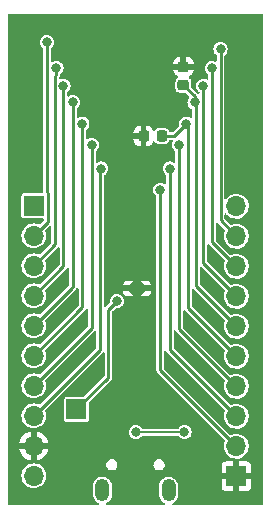
<source format=gbr>
G04 #@! TF.GenerationSoftware,KiCad,Pcbnew,6.0.2+dfsg-1*
G04 #@! TF.CreationDate,2022-02-19T23:14:44+01:00*
G04 #@! TF.ProjectId,e-tinkers-esp32-c3,652d7469-6e6b-4657-9273-2d6573703332,V1.0*
G04 #@! TF.SameCoordinates,Original*
G04 #@! TF.FileFunction,Copper,L2,Bot*
G04 #@! TF.FilePolarity,Positive*
%FSLAX46Y46*%
G04 Gerber Fmt 4.6, Leading zero omitted, Abs format (unit mm)*
G04 Created by KiCad (PCBNEW 6.0.2+dfsg-1) date 2022-02-19 23:14:44*
%MOMM*%
%LPD*%
G01*
G04 APERTURE LIST*
G04 Aperture macros list*
%AMRoundRect*
0 Rectangle with rounded corners*
0 $1 Rounding radius*
0 $2 $3 $4 $5 $6 $7 $8 $9 X,Y pos of 4 corners*
0 Add a 4 corners polygon primitive as box body*
4,1,4,$2,$3,$4,$5,$6,$7,$8,$9,$2,$3,0*
0 Add four circle primitives for the rounded corners*
1,1,$1+$1,$2,$3*
1,1,$1+$1,$4,$5*
1,1,$1+$1,$6,$7*
1,1,$1+$1,$8,$9*
0 Add four rect primitives between the rounded corners*
20,1,$1+$1,$2,$3,$4,$5,0*
20,1,$1+$1,$4,$5,$6,$7,0*
20,1,$1+$1,$6,$7,$8,$9,0*
20,1,$1+$1,$8,$9,$2,$3,0*%
G04 Aperture macros list end*
G04 #@! TA.AperFunction,SMDPad,CuDef*
%ADD10R,1.600000X0.500000*%
G04 #@! TD*
G04 #@! TA.AperFunction,ComponentPad*
%ADD11C,0.500000*%
G04 #@! TD*
G04 #@! TA.AperFunction,ComponentPad*
%ADD12R,1.700000X1.700000*%
G04 #@! TD*
G04 #@! TA.AperFunction,ComponentPad*
%ADD13O,1.200000X1.900000*%
G04 #@! TD*
G04 #@! TA.AperFunction,ComponentPad*
%ADD14O,1.700000X1.700000*%
G04 #@! TD*
G04 #@! TA.AperFunction,SMDPad,CuDef*
%ADD15RoundRect,0.225000X0.250000X-0.225000X0.250000X0.225000X-0.250000X0.225000X-0.250000X-0.225000X0*%
G04 #@! TD*
G04 #@! TA.AperFunction,SMDPad,CuDef*
%ADD16RoundRect,0.225000X0.225000X0.250000X-0.225000X0.250000X-0.225000X-0.250000X0.225000X-0.250000X0*%
G04 #@! TD*
G04 #@! TA.AperFunction,ViaPad*
%ADD17C,0.800000*%
G04 #@! TD*
G04 #@! TA.AperFunction,Conductor*
%ADD18C,0.250000*%
G04 #@! TD*
G04 #@! TA.AperFunction,Conductor*
%ADD19C,0.200000*%
G04 #@! TD*
G04 APERTURE END LIST*
D10*
X208134000Y-91440000D03*
D11*
X208684000Y-91440000D03*
X207584000Y-91440000D03*
D12*
X203000000Y-101700000D03*
D13*
X205200000Y-108537500D03*
X210800000Y-108537500D03*
D12*
X199390000Y-84455000D03*
D14*
X199390000Y-86995000D03*
X199390000Y-89535000D03*
X199390000Y-92075000D03*
X199390000Y-94615000D03*
X199390000Y-97155000D03*
X199390000Y-99695000D03*
X199390000Y-102235000D03*
X199390000Y-104775000D03*
X199390000Y-107315000D03*
D12*
X216535000Y-107352000D03*
D14*
X216535000Y-104812000D03*
X216535000Y-102272000D03*
X216535000Y-99732000D03*
X216535000Y-97192000D03*
X216535000Y-94652000D03*
X216535000Y-92112000D03*
X216535000Y-89572000D03*
X216535000Y-87032000D03*
X216535000Y-84492000D03*
D15*
X212057000Y-74216000D03*
X212057000Y-72666000D03*
D16*
X210231000Y-78541000D03*
X208681000Y-78541000D03*
D17*
X199200000Y-82300000D03*
X209300000Y-82200000D03*
X209000000Y-69500000D03*
X206200000Y-82200000D03*
X213868000Y-100838000D03*
X205400000Y-100600000D03*
X197800000Y-85800000D03*
X206427000Y-78570000D03*
X206000000Y-69500000D03*
X213600000Y-103600000D03*
X209296000Y-86868000D03*
X209100000Y-72300000D03*
X203700000Y-96500000D03*
X209957000Y-101316000D03*
X218100000Y-85800000D03*
X203000000Y-69500000D03*
X211800000Y-69500000D03*
X205800000Y-90300000D03*
X216800000Y-82300000D03*
X214630000Y-91440000D03*
X201700000Y-109100000D03*
X211901000Y-76173000D03*
X214500000Y-69500000D03*
X201118000Y-103061000D03*
X200500000Y-70600000D03*
X205100000Y-81300000D03*
X201300000Y-72800000D03*
X201900000Y-74300000D03*
X202700000Y-75700000D03*
X203500000Y-77500000D03*
X204300000Y-79300000D03*
X215200000Y-71200000D03*
X214475000Y-72800000D03*
X213750000Y-74300000D03*
X213000000Y-75700000D03*
X212300000Y-77500000D03*
X211700000Y-79300000D03*
X210900000Y-81300000D03*
X210100000Y-83100000D03*
X212147000Y-103617000D03*
X208027000Y-103617000D03*
X206420000Y-92535000D03*
D18*
X200500001Y-83279999D02*
X200565001Y-83344999D01*
X199390000Y-86995000D02*
X200565001Y-85819999D01*
X200500000Y-70600000D02*
X200500001Y-83279999D01*
X200565001Y-83344999D02*
X200565001Y-85819999D01*
X199390000Y-102235000D02*
X205000000Y-96625000D01*
X205000000Y-81300000D02*
X205000000Y-96625000D01*
X201300000Y-72800000D02*
X201300000Y-73365685D01*
X201200000Y-73465685D02*
X201200000Y-73665685D01*
X201174999Y-73690686D02*
X201174999Y-87699999D01*
X201200000Y-73665685D02*
X201174999Y-73690686D01*
X201300000Y-73365685D02*
X201200000Y-73465685D01*
X201200000Y-87725000D02*
X199390000Y-89535000D01*
X201900000Y-89565000D02*
X201900000Y-74300000D01*
X199390000Y-92075000D02*
X201900000Y-89565000D01*
X202700000Y-75700000D02*
X202700000Y-91305000D01*
X202600000Y-91405000D02*
X199390000Y-94615000D01*
X203500000Y-93045000D02*
X199390000Y-97155000D01*
X203500000Y-77500000D02*
X203500000Y-93045000D01*
X204300000Y-79300000D02*
X204300000Y-94785000D01*
X204300000Y-94785000D02*
X199390000Y-99695000D01*
X215200000Y-71200000D02*
X215200000Y-85697000D01*
X215200000Y-85697000D02*
X216535000Y-87032000D01*
X214475000Y-87512000D02*
X216535000Y-89572000D01*
X214475000Y-72800000D02*
X214475000Y-87512000D01*
X213750000Y-89327000D02*
X213750000Y-74300000D01*
X216535000Y-92112000D02*
X213750000Y-89327000D01*
X213100000Y-75700000D02*
X213100000Y-91217000D01*
X213000000Y-75700000D02*
X213000000Y-75159000D01*
X213100000Y-91217000D02*
X216535000Y-94652000D01*
X213000000Y-75159000D02*
X212057000Y-74216000D01*
X212425001Y-93082001D02*
X216535000Y-97192000D01*
X212400000Y-77500000D02*
X212425001Y-77525001D01*
X212300000Y-77500000D02*
X211259000Y-78541000D01*
X212425001Y-77525001D02*
X212425001Y-93082001D01*
X211259000Y-78541000D02*
X210231000Y-78541000D01*
X211700000Y-94897000D02*
X216535000Y-99732000D01*
X211700000Y-79300000D02*
X211700000Y-94897000D01*
X210900000Y-96637000D02*
X216535000Y-102272000D01*
X210900000Y-81300000D02*
X210900000Y-96637000D01*
X210100000Y-83100000D02*
X210100000Y-98377000D01*
X210100000Y-98377000D02*
X216535000Y-104812000D01*
D19*
X208027000Y-103617000D02*
X212147000Y-103617000D01*
D18*
X205705000Y-98995000D02*
X203000000Y-101700000D01*
X206420000Y-92535000D02*
X206419000Y-92535000D01*
X206419000Y-92535000D02*
X205705000Y-93249000D01*
X205705000Y-93249000D02*
X205705000Y-98995000D01*
G04 #@! TA.AperFunction,Conductor*
G36*
X218759191Y-68218907D02*
G01*
X218795155Y-68268407D01*
X218800000Y-68299000D01*
X218800000Y-109701000D01*
X218781093Y-109759191D01*
X218731593Y-109795155D01*
X218701000Y-109800000D01*
X211194269Y-109800000D01*
X211136078Y-109781093D01*
X211100114Y-109731593D01*
X211100114Y-109670407D01*
X211136078Y-109620907D01*
X211143182Y-109616705D01*
X211142993Y-109616397D01*
X211291246Y-109525191D01*
X211295955Y-109522294D01*
X211424268Y-109396641D01*
X211521554Y-109245683D01*
X211582978Y-109076922D01*
X211600500Y-108938217D01*
X211600500Y-108229585D01*
X215285001Y-108229585D01*
X215285611Y-108237329D01*
X215298616Y-108319449D01*
X215303373Y-108334091D01*
X215353823Y-108433106D01*
X215362865Y-108445551D01*
X215441449Y-108524135D01*
X215453894Y-108533177D01*
X215552912Y-108583629D01*
X215567547Y-108588384D01*
X215649673Y-108601391D01*
X215657412Y-108602000D01*
X216269320Y-108602000D01*
X216282005Y-108597878D01*
X216285000Y-108593757D01*
X216285000Y-108586319D01*
X216785000Y-108586319D01*
X216789122Y-108599004D01*
X216793243Y-108601999D01*
X217412585Y-108601999D01*
X217420329Y-108601389D01*
X217502449Y-108588384D01*
X217517091Y-108583627D01*
X217616106Y-108533177D01*
X217628551Y-108524135D01*
X217707135Y-108445551D01*
X217716177Y-108433106D01*
X217766629Y-108334088D01*
X217771384Y-108319453D01*
X217784391Y-108237327D01*
X217785000Y-108229588D01*
X217785000Y-107617680D01*
X217780878Y-107604995D01*
X217776757Y-107602000D01*
X216800680Y-107602000D01*
X216787995Y-107606122D01*
X216785000Y-107610243D01*
X216785000Y-108586319D01*
X216285000Y-108586319D01*
X216285000Y-107617680D01*
X216280878Y-107604995D01*
X216276757Y-107602000D01*
X215300681Y-107602000D01*
X215287996Y-107606122D01*
X215285001Y-107610243D01*
X215285001Y-108229585D01*
X211600500Y-108229585D01*
X211600500Y-108142345D01*
X211585546Y-108009028D01*
X211526485Y-107839427D01*
X211469699Y-107748550D01*
X211434247Y-107691815D01*
X211434245Y-107691813D01*
X211431316Y-107687125D01*
X211304770Y-107559693D01*
X211294939Y-107553454D01*
X211157810Y-107466429D01*
X211157809Y-107466428D01*
X211153136Y-107463463D01*
X210983951Y-107403219D01*
X210978464Y-107402565D01*
X210978461Y-107402564D01*
X210811120Y-107382610D01*
X210811117Y-107382610D01*
X210805624Y-107381955D01*
X210627017Y-107400727D01*
X210621777Y-107402511D01*
X210621776Y-107402511D01*
X210462249Y-107456818D01*
X210462245Y-107456820D01*
X210457007Y-107458603D01*
X210452297Y-107461501D01*
X210452292Y-107461503D01*
X210373134Y-107510202D01*
X210304045Y-107552706D01*
X210175732Y-107678359D01*
X210078446Y-107829317D01*
X210017022Y-107998078D01*
X209999500Y-108136783D01*
X209999500Y-108932655D01*
X210014454Y-109065972D01*
X210073515Y-109235573D01*
X210168684Y-109387875D01*
X210295230Y-109515307D01*
X210299904Y-109518273D01*
X210299905Y-109518274D01*
X210345079Y-109546942D01*
X210446864Y-109611537D01*
X210449870Y-109612607D01*
X210493275Y-109654527D01*
X210503897Y-109714783D01*
X210477072Y-109769775D01*
X210423047Y-109798497D01*
X210405861Y-109800000D01*
X205594269Y-109800000D01*
X205536078Y-109781093D01*
X205500114Y-109731593D01*
X205500114Y-109670407D01*
X205536078Y-109620907D01*
X205543182Y-109616705D01*
X205542993Y-109616397D01*
X205691246Y-109525191D01*
X205695955Y-109522294D01*
X205824268Y-109396641D01*
X205921554Y-109245683D01*
X205982978Y-109076922D01*
X206000500Y-108938217D01*
X206000500Y-108142345D01*
X205985546Y-108009028D01*
X205926485Y-107839427D01*
X205869699Y-107748550D01*
X205834247Y-107691815D01*
X205834245Y-107691813D01*
X205831316Y-107687125D01*
X205704770Y-107559693D01*
X205694939Y-107553454D01*
X205557810Y-107466429D01*
X205557809Y-107466428D01*
X205553136Y-107463463D01*
X205383951Y-107403219D01*
X205378464Y-107402565D01*
X205378461Y-107402564D01*
X205211120Y-107382610D01*
X205211117Y-107382610D01*
X205205624Y-107381955D01*
X205027017Y-107400727D01*
X205021777Y-107402511D01*
X205021776Y-107402511D01*
X204862249Y-107456818D01*
X204862245Y-107456820D01*
X204857007Y-107458603D01*
X204852297Y-107461501D01*
X204852292Y-107461503D01*
X204773134Y-107510202D01*
X204704045Y-107552706D01*
X204575732Y-107678359D01*
X204478446Y-107829317D01*
X204417022Y-107998078D01*
X204399500Y-108136783D01*
X204399500Y-108932655D01*
X204414454Y-109065972D01*
X204473515Y-109235573D01*
X204568684Y-109387875D01*
X204695230Y-109515307D01*
X204699904Y-109518273D01*
X204699905Y-109518274D01*
X204745079Y-109546942D01*
X204846864Y-109611537D01*
X204849870Y-109612607D01*
X204893275Y-109654527D01*
X204903897Y-109714783D01*
X204877072Y-109769775D01*
X204823047Y-109798497D01*
X204805861Y-109800000D01*
X197299000Y-109800000D01*
X197240809Y-109781093D01*
X197204845Y-109731593D01*
X197200000Y-109701000D01*
X197200000Y-107300262D01*
X198334520Y-107300262D01*
X198334925Y-107305082D01*
X198348474Y-107466429D01*
X198351759Y-107505553D01*
X198353092Y-107510201D01*
X198353092Y-107510202D01*
X198405169Y-107691815D01*
X198408544Y-107703586D01*
X198502712Y-107886818D01*
X198630677Y-108048270D01*
X198634357Y-108051402D01*
X198634359Y-108051404D01*
X198731056Y-108133699D01*
X198787564Y-108181791D01*
X198791787Y-108184151D01*
X198791791Y-108184154D01*
X198886934Y-108237327D01*
X198967398Y-108282297D01*
X198971996Y-108283791D01*
X199158724Y-108344463D01*
X199158726Y-108344464D01*
X199163329Y-108345959D01*
X199367894Y-108370351D01*
X199372716Y-108369980D01*
X199372719Y-108369980D01*
X199440541Y-108364761D01*
X199573300Y-108354546D01*
X199771725Y-108299145D01*
X199776038Y-108296966D01*
X199776044Y-108296964D01*
X199951289Y-108208441D01*
X199951291Y-108208440D01*
X199955610Y-108206258D01*
X199990943Y-108178653D01*
X200114135Y-108082406D01*
X200114139Y-108082402D01*
X200117951Y-108079424D01*
X200252564Y-107923472D01*
X200271231Y-107890613D01*
X200351934Y-107748550D01*
X200351935Y-107748547D01*
X200354323Y-107744344D01*
X200367882Y-107703586D01*
X200417824Y-107553454D01*
X200417824Y-107553452D01*
X200419351Y-107548863D01*
X200445171Y-107344474D01*
X200445583Y-107315000D01*
X200425480Y-107109970D01*
X200422170Y-107099005D01*
X200418340Y-107086320D01*
X215285000Y-107086320D01*
X215289122Y-107099005D01*
X215293243Y-107102000D01*
X216269320Y-107102000D01*
X216282005Y-107097878D01*
X216285000Y-107093757D01*
X216285000Y-107086320D01*
X216785000Y-107086320D01*
X216789122Y-107099005D01*
X216793243Y-107102000D01*
X217769319Y-107102000D01*
X217782004Y-107097878D01*
X217784999Y-107093757D01*
X217784999Y-106474415D01*
X217784389Y-106466671D01*
X217771384Y-106384551D01*
X217766627Y-106369909D01*
X217716177Y-106270894D01*
X217707135Y-106258449D01*
X217628551Y-106179865D01*
X217616106Y-106170823D01*
X217517088Y-106120371D01*
X217502453Y-106115616D01*
X217420327Y-106102609D01*
X217412588Y-106102000D01*
X216800680Y-106102000D01*
X216787995Y-106106122D01*
X216785000Y-106110243D01*
X216785000Y-107086320D01*
X216285000Y-107086320D01*
X216285000Y-106117681D01*
X216280878Y-106104996D01*
X216276757Y-106102001D01*
X215657415Y-106102001D01*
X215649671Y-106102611D01*
X215567551Y-106115616D01*
X215552909Y-106120373D01*
X215453894Y-106170823D01*
X215441449Y-106179865D01*
X215362865Y-106258449D01*
X215353823Y-106270894D01*
X215303371Y-106369912D01*
X215298616Y-106384547D01*
X215285609Y-106466673D01*
X215285000Y-106474412D01*
X215285000Y-107086320D01*
X200418340Y-107086320D01*
X200367333Y-106917380D01*
X200365935Y-106912749D01*
X200269218Y-106730849D01*
X200139011Y-106571200D01*
X200012660Y-106466673D01*
X199995765Y-106452696D01*
X205524055Y-106452696D01*
X205525992Y-106459473D01*
X205525992Y-106459474D01*
X205528050Y-106466673D01*
X205561484Y-106583658D01*
X205634165Y-106698850D01*
X205736255Y-106789013D01*
X205859548Y-106846899D01*
X205962956Y-106863000D01*
X206034145Y-106863000D01*
X206037636Y-106862500D01*
X206037637Y-106862500D01*
X206067706Y-106858194D01*
X206134829Y-106848581D01*
X206258820Y-106792206D01*
X206362004Y-106703296D01*
X206436087Y-106589001D01*
X206475113Y-106458506D01*
X206475148Y-106452696D01*
X209524055Y-106452696D01*
X209525992Y-106459473D01*
X209525992Y-106459474D01*
X209528050Y-106466673D01*
X209561484Y-106583658D01*
X209634165Y-106698850D01*
X209736255Y-106789013D01*
X209859548Y-106846899D01*
X209962956Y-106863000D01*
X210034145Y-106863000D01*
X210037636Y-106862500D01*
X210037637Y-106862500D01*
X210067706Y-106858194D01*
X210134829Y-106848581D01*
X210258820Y-106792206D01*
X210362004Y-106703296D01*
X210436087Y-106589001D01*
X210475113Y-106458506D01*
X210475945Y-106322304D01*
X210472352Y-106309733D01*
X210440454Y-106198122D01*
X210440453Y-106198120D01*
X210438516Y-106191342D01*
X210365835Y-106076150D01*
X210263745Y-105985987D01*
X210140452Y-105928101D01*
X210037044Y-105912000D01*
X209965855Y-105912000D01*
X209962364Y-105912500D01*
X209962363Y-105912500D01*
X209961735Y-105912590D01*
X209865171Y-105926419D01*
X209741180Y-105982794D01*
X209637996Y-106071704D01*
X209563913Y-106185999D01*
X209524887Y-106316494D01*
X209524055Y-106452696D01*
X206475148Y-106452696D01*
X206475945Y-106322304D01*
X206472352Y-106309733D01*
X206440454Y-106198122D01*
X206440453Y-106198120D01*
X206438516Y-106191342D01*
X206365835Y-106076150D01*
X206263745Y-105985987D01*
X206140452Y-105928101D01*
X206037044Y-105912000D01*
X205965855Y-105912000D01*
X205962364Y-105912500D01*
X205962363Y-105912500D01*
X205961735Y-105912590D01*
X205865171Y-105926419D01*
X205741180Y-105982794D01*
X205637996Y-106071704D01*
X205563913Y-106185999D01*
X205524887Y-106316494D01*
X205524055Y-106452696D01*
X199995765Y-106452696D01*
X199984002Y-106442965D01*
X199984000Y-106442964D01*
X199980275Y-106439882D01*
X199799055Y-106341897D01*
X199695150Y-106309733D01*
X199606875Y-106282407D01*
X199606871Y-106282406D01*
X199602254Y-106280977D01*
X199597446Y-106280472D01*
X199597443Y-106280471D01*
X199402185Y-106259949D01*
X199402183Y-106259949D01*
X199397369Y-106259443D01*
X199337354Y-106264905D01*
X199197022Y-106277675D01*
X199197017Y-106277676D01*
X199192203Y-106278114D01*
X198994572Y-106336280D01*
X198990288Y-106338519D01*
X198990287Y-106338520D01*
X198979428Y-106344197D01*
X198812002Y-106431726D01*
X198808231Y-106434758D01*
X198655220Y-106557781D01*
X198655217Y-106557783D01*
X198651447Y-106560815D01*
X198648333Y-106564526D01*
X198648332Y-106564527D01*
X198622828Y-106594922D01*
X198519024Y-106718630D01*
X198516689Y-106722878D01*
X198516688Y-106722879D01*
X198509955Y-106735126D01*
X198419776Y-106899162D01*
X198357484Y-107095532D01*
X198356944Y-107100344D01*
X198356944Y-107100345D01*
X198355865Y-107109970D01*
X198334520Y-107300262D01*
X197200000Y-107300262D01*
X197200000Y-105038864D01*
X198166607Y-105038864D01*
X198209779Y-105199985D01*
X198212725Y-105208078D01*
X198301503Y-105398462D01*
X198305815Y-105405932D01*
X198426308Y-105578013D01*
X198431841Y-105584608D01*
X198580392Y-105733159D01*
X198586987Y-105738692D01*
X198759067Y-105859185D01*
X198766537Y-105863497D01*
X198956922Y-105952275D01*
X198965015Y-105955221D01*
X199124855Y-105998050D01*
X199137141Y-105997406D01*
X199140000Y-105987753D01*
X199140000Y-105986428D01*
X199640000Y-105986428D01*
X199643802Y-105998130D01*
X199653864Y-105998393D01*
X199814985Y-105955221D01*
X199823078Y-105952275D01*
X200013463Y-105863497D01*
X200020933Y-105859185D01*
X200193013Y-105738692D01*
X200199608Y-105733159D01*
X200348159Y-105584608D01*
X200353692Y-105578013D01*
X200474185Y-105405932D01*
X200478497Y-105398462D01*
X200567275Y-105208078D01*
X200570221Y-105199985D01*
X200613050Y-105040145D01*
X200612406Y-105027859D01*
X200602753Y-105025000D01*
X199655680Y-105025000D01*
X199642995Y-105029122D01*
X199640000Y-105033243D01*
X199640000Y-105986428D01*
X199140000Y-105986428D01*
X199140000Y-105040680D01*
X199135878Y-105027995D01*
X199131757Y-105025000D01*
X198178572Y-105025000D01*
X198166870Y-105028802D01*
X198166607Y-105038864D01*
X197200000Y-105038864D01*
X197200000Y-104509855D01*
X198166950Y-104509855D01*
X198167594Y-104522141D01*
X198177247Y-104525000D01*
X199124320Y-104525000D01*
X199137005Y-104520878D01*
X199140000Y-104516757D01*
X199140000Y-104509320D01*
X199640000Y-104509320D01*
X199644122Y-104522005D01*
X199648243Y-104525000D01*
X200601428Y-104525000D01*
X200613130Y-104521198D01*
X200613393Y-104511136D01*
X200570221Y-104350015D01*
X200567275Y-104341922D01*
X200478497Y-104151538D01*
X200474185Y-104144068D01*
X200353692Y-103971987D01*
X200348159Y-103965392D01*
X200199608Y-103816841D01*
X200193013Y-103811308D01*
X200020933Y-103690815D01*
X200013463Y-103686503D01*
X199864413Y-103617000D01*
X207421318Y-103617000D01*
X207441956Y-103773762D01*
X207502464Y-103919841D01*
X207598718Y-104045282D01*
X207724159Y-104141536D01*
X207870238Y-104202044D01*
X208027000Y-104222682D01*
X208183762Y-104202044D01*
X208329841Y-104141536D01*
X208455282Y-104045282D01*
X208523613Y-103956232D01*
X208574037Y-103921577D01*
X208602154Y-103917500D01*
X211571846Y-103917500D01*
X211630037Y-103936407D01*
X211650387Y-103956231D01*
X211718718Y-104045282D01*
X211844159Y-104141536D01*
X211990238Y-104202044D01*
X212147000Y-104222682D01*
X212303762Y-104202044D01*
X212449841Y-104141536D01*
X212575282Y-104045282D01*
X212671536Y-103919841D01*
X212732044Y-103773762D01*
X212752682Y-103617000D01*
X212732044Y-103460238D01*
X212671536Y-103314159D01*
X212575282Y-103188718D01*
X212449841Y-103092464D01*
X212303762Y-103031956D01*
X212147000Y-103011318D01*
X211990238Y-103031956D01*
X211844159Y-103092464D01*
X211718718Y-103188718D01*
X211650388Y-103277768D01*
X211599963Y-103312423D01*
X211571846Y-103316500D01*
X208602154Y-103316500D01*
X208543963Y-103297593D01*
X208523612Y-103277768D01*
X208455282Y-103188718D01*
X208329841Y-103092464D01*
X208183762Y-103031956D01*
X208027000Y-103011318D01*
X207870238Y-103031956D01*
X207724159Y-103092464D01*
X207598718Y-103188718D01*
X207502464Y-103314159D01*
X207441956Y-103460238D01*
X207421318Y-103617000D01*
X199864413Y-103617000D01*
X199823078Y-103597725D01*
X199814985Y-103594779D01*
X199655145Y-103551950D01*
X199642859Y-103552594D01*
X199640000Y-103562247D01*
X199640000Y-104509320D01*
X199140000Y-104509320D01*
X199140000Y-103563572D01*
X199136198Y-103551870D01*
X199126136Y-103551607D01*
X198965015Y-103594779D01*
X198956922Y-103597725D01*
X198766538Y-103686503D01*
X198759068Y-103690815D01*
X198586987Y-103811308D01*
X198580392Y-103816841D01*
X198431841Y-103965392D01*
X198426308Y-103971987D01*
X198305815Y-104144068D01*
X198301503Y-104151538D01*
X198212725Y-104341922D01*
X198209779Y-104350015D01*
X198166950Y-104509855D01*
X197200000Y-104509855D01*
X197200000Y-102220262D01*
X198334520Y-102220262D01*
X198351759Y-102425553D01*
X198353092Y-102430201D01*
X198353092Y-102430202D01*
X198374788Y-102505863D01*
X198408544Y-102623586D01*
X198502712Y-102806818D01*
X198630677Y-102968270D01*
X198634357Y-102971402D01*
X198634359Y-102971404D01*
X198704513Y-103031109D01*
X198787564Y-103101791D01*
X198791787Y-103104151D01*
X198791791Y-103104154D01*
X198892210Y-103160276D01*
X198967398Y-103202297D01*
X198971996Y-103203791D01*
X199158724Y-103264463D01*
X199158726Y-103264464D01*
X199163329Y-103265959D01*
X199367894Y-103290351D01*
X199372716Y-103289980D01*
X199372719Y-103289980D01*
X199440541Y-103284761D01*
X199573300Y-103274546D01*
X199771725Y-103219145D01*
X199776038Y-103216966D01*
X199776044Y-103216964D01*
X199951289Y-103128441D01*
X199951291Y-103128440D01*
X199955610Y-103126258D01*
X200002043Y-103089981D01*
X200114135Y-103002406D01*
X200114139Y-103002402D01*
X200117951Y-102999424D01*
X200252564Y-102843472D01*
X200271231Y-102810613D01*
X200351934Y-102668550D01*
X200351935Y-102668547D01*
X200354323Y-102664344D01*
X200366337Y-102628231D01*
X200417824Y-102473454D01*
X200417824Y-102473452D01*
X200419351Y-102468863D01*
X200445171Y-102264474D01*
X200445583Y-102235000D01*
X200443667Y-102215454D01*
X200425952Y-102034780D01*
X200425951Y-102034776D01*
X200425480Y-102029970D01*
X200365935Y-101832749D01*
X200360977Y-101823423D01*
X200350351Y-101763170D01*
X200378384Y-101706942D01*
X205210496Y-96874830D01*
X205265013Y-96847053D01*
X205325445Y-96856624D01*
X205368710Y-96899889D01*
X205379500Y-96944834D01*
X205379500Y-98819166D01*
X205360593Y-98877357D01*
X205350504Y-98889170D01*
X203619170Y-100620504D01*
X203564653Y-100648281D01*
X203549166Y-100649500D01*
X202130252Y-100649500D01*
X202104005Y-100654721D01*
X202081334Y-100659230D01*
X202081332Y-100659231D01*
X202071769Y-100661133D01*
X202005448Y-100705448D01*
X201961133Y-100771769D01*
X201959231Y-100781332D01*
X201959230Y-100781334D01*
X201954721Y-100804005D01*
X201949500Y-100830252D01*
X201949500Y-102569748D01*
X201961133Y-102628231D01*
X202005448Y-102694552D01*
X202071769Y-102738867D01*
X202081332Y-102740769D01*
X202081334Y-102740770D01*
X202104005Y-102745279D01*
X202130252Y-102750500D01*
X203869748Y-102750500D01*
X203895995Y-102745279D01*
X203918666Y-102740770D01*
X203918668Y-102740769D01*
X203928231Y-102738867D01*
X203994552Y-102694552D01*
X204038867Y-102628231D01*
X204050500Y-102569748D01*
X204050500Y-101150834D01*
X204069407Y-101092643D01*
X204079496Y-101080830D01*
X205922057Y-99238269D01*
X205928425Y-99232434D01*
X205958194Y-99207455D01*
X205977629Y-99173792D01*
X205982268Y-99166511D01*
X205983987Y-99164056D01*
X206004554Y-99134684D01*
X206006796Y-99126316D01*
X206009262Y-99121029D01*
X206011258Y-99115544D01*
X206015588Y-99108045D01*
X206022334Y-99069783D01*
X206024204Y-99061349D01*
X206032022Y-99032174D01*
X206034264Y-99023807D01*
X206030877Y-98985091D01*
X206030500Y-98976463D01*
X206030500Y-93424833D01*
X206049407Y-93366642D01*
X206059497Y-93354829D01*
X206256150Y-93158177D01*
X206310666Y-93130400D01*
X206339073Y-93130028D01*
X206420000Y-93140682D01*
X206576762Y-93120044D01*
X206722841Y-93059536D01*
X206848282Y-92963282D01*
X206944536Y-92837841D01*
X207005044Y-92691762D01*
X207025682Y-92535000D01*
X207005044Y-92378238D01*
X206944536Y-92232159D01*
X206848282Y-92106718D01*
X206722841Y-92010464D01*
X206576762Y-91949956D01*
X206420000Y-91929318D01*
X206263238Y-91949956D01*
X206117159Y-92010464D01*
X205991718Y-92106718D01*
X205895464Y-92232159D01*
X205834956Y-92378238D01*
X205814318Y-92535000D01*
X205815165Y-92541434D01*
X205824739Y-92614158D01*
X205813589Y-92674319D01*
X205796590Y-92697084D01*
X205494504Y-92999170D01*
X205439987Y-93026947D01*
X205379555Y-93017376D01*
X205336290Y-92974111D01*
X205325500Y-92929166D01*
X205325500Y-91717585D01*
X206934001Y-91717585D01*
X206934611Y-91725329D01*
X206947616Y-91807449D01*
X206952373Y-91822091D01*
X207002823Y-91921106D01*
X207011865Y-91933551D01*
X207090449Y-92012135D01*
X207102894Y-92021177D01*
X207201912Y-92071629D01*
X207216547Y-92076384D01*
X207298673Y-92089391D01*
X207306412Y-92090000D01*
X207576076Y-92090000D01*
X207577631Y-92090012D01*
X207646480Y-92091093D01*
X207651728Y-92090542D01*
X207662072Y-92090000D01*
X207864767Y-92090000D01*
X207868903Y-92088656D01*
X208393676Y-92088656D01*
X208399272Y-92089999D01*
X208676034Y-92089999D01*
X208677589Y-92090011D01*
X208746476Y-92091093D01*
X208751719Y-92090542D01*
X208762072Y-92089999D01*
X208961585Y-92089999D01*
X208969329Y-92089389D01*
X209051449Y-92076384D01*
X209066091Y-92071627D01*
X209165106Y-92021177D01*
X209177551Y-92012135D01*
X209256135Y-91933551D01*
X209265177Y-91921106D01*
X209315629Y-91822088D01*
X209320384Y-91807453D01*
X209333391Y-91725327D01*
X209334000Y-91717588D01*
X209334000Y-91705680D01*
X209329878Y-91692995D01*
X209325757Y-91690000D01*
X208803233Y-91690000D01*
X208780006Y-91697547D01*
X208398640Y-92078913D01*
X208393676Y-92088656D01*
X207868903Y-92088656D01*
X207875169Y-92086620D01*
X207872165Y-92081718D01*
X207491533Y-91701086D01*
X207469775Y-91690000D01*
X206949681Y-91690000D01*
X206936996Y-91694122D01*
X206934001Y-91698243D01*
X206934001Y-91717585D01*
X205325500Y-91717585D01*
X205325500Y-91174320D01*
X206934000Y-91174320D01*
X206938122Y-91187005D01*
X206942243Y-91190000D01*
X207464767Y-91190000D01*
X207487994Y-91182453D01*
X207869360Y-90801087D01*
X207873287Y-90793380D01*
X208392831Y-90793380D01*
X208395835Y-90798282D01*
X208776467Y-91178914D01*
X208798225Y-91190000D01*
X209318319Y-91190000D01*
X209331004Y-91185878D01*
X209333999Y-91181757D01*
X209333999Y-91162415D01*
X209333389Y-91154671D01*
X209320384Y-91072551D01*
X209315627Y-91057909D01*
X209265177Y-90958894D01*
X209256135Y-90946449D01*
X209177551Y-90867865D01*
X209165106Y-90858823D01*
X209066088Y-90808371D01*
X209051453Y-90803616D01*
X208969327Y-90790609D01*
X208961588Y-90790000D01*
X208692153Y-90790000D01*
X208691635Y-90789999D01*
X208612700Y-90789586D01*
X208605507Y-90790000D01*
X208403233Y-90790000D01*
X208392831Y-90793380D01*
X207873287Y-90793380D01*
X207874324Y-90791344D01*
X207868728Y-90790001D01*
X207592280Y-90790001D01*
X207591761Y-90790000D01*
X207512698Y-90789586D01*
X207505503Y-90790001D01*
X207306415Y-90790001D01*
X207298671Y-90790611D01*
X207216551Y-90803616D01*
X207201909Y-90808373D01*
X207102894Y-90858823D01*
X207090449Y-90867865D01*
X207011865Y-90946449D01*
X207002823Y-90958894D01*
X206952371Y-91057912D01*
X206947616Y-91072547D01*
X206934609Y-91154673D01*
X206934000Y-91162412D01*
X206934000Y-91174320D01*
X205325500Y-91174320D01*
X205325500Y-81922722D01*
X205344407Y-81864531D01*
X205386612Y-81831259D01*
X205396844Y-81827021D01*
X205396850Y-81827018D01*
X205402841Y-81824536D01*
X205528282Y-81728282D01*
X205624536Y-81602841D01*
X205685044Y-81456762D01*
X205705682Y-81300000D01*
X205685044Y-81143238D01*
X205624536Y-80997159D01*
X205528282Y-80871718D01*
X205402841Y-80775464D01*
X205256762Y-80714956D01*
X205100000Y-80694318D01*
X204943238Y-80714956D01*
X204797159Y-80775464D01*
X204784767Y-80784973D01*
X204727093Y-80805397D01*
X204668427Y-80788020D01*
X204631179Y-80739479D01*
X204625500Y-80706431D01*
X204625500Y-79855970D01*
X204644407Y-79797779D01*
X204664233Y-79777428D01*
X204723129Y-79732236D01*
X204728282Y-79728282D01*
X204824536Y-79602841D01*
X204885044Y-79456762D01*
X204905682Y-79300000D01*
X204885044Y-79143238D01*
X204824536Y-78997159D01*
X204728282Y-78871718D01*
X204702799Y-78852164D01*
X207831000Y-78852164D01*
X207831153Y-78856052D01*
X207833392Y-78884506D01*
X207835201Y-78894408D01*
X207876106Y-79035205D01*
X207881017Y-79046553D01*
X207955059Y-79171753D01*
X207962629Y-79181512D01*
X208065488Y-79284371D01*
X208075247Y-79291941D01*
X208200447Y-79365983D01*
X208211795Y-79370894D01*
X208352592Y-79411799D01*
X208362494Y-79413608D01*
X208390948Y-79415847D01*
X208394836Y-79416000D01*
X208415320Y-79416000D01*
X208428005Y-79411878D01*
X208431000Y-79407757D01*
X208431000Y-79400320D01*
X208931000Y-79400320D01*
X208935122Y-79413005D01*
X208939243Y-79416000D01*
X208967164Y-79416000D01*
X208971052Y-79415847D01*
X208999506Y-79413608D01*
X209009408Y-79411799D01*
X209150205Y-79370894D01*
X209161553Y-79365983D01*
X209286753Y-79291941D01*
X209296512Y-79284371D01*
X209399371Y-79181512D01*
X209406941Y-79171753D01*
X209484155Y-79041190D01*
X209486446Y-79042545D01*
X209519579Y-79004954D01*
X209579289Y-78991599D01*
X209635445Y-79015891D01*
X209650077Y-79031970D01*
X209653936Y-79037281D01*
X209657472Y-79044220D01*
X209752780Y-79139528D01*
X209759717Y-79143063D01*
X209759719Y-79143064D01*
X209816025Y-79171753D01*
X209872874Y-79200719D01*
X209880568Y-79201938D01*
X209880569Y-79201938D01*
X209968666Y-79215891D01*
X209968668Y-79215891D01*
X209972512Y-79216500D01*
X210489488Y-79216500D01*
X210493332Y-79215891D01*
X210493334Y-79215891D01*
X210581431Y-79201938D01*
X210581432Y-79201938D01*
X210589126Y-79200719D01*
X210645975Y-79171753D01*
X210702281Y-79143064D01*
X210702283Y-79143063D01*
X210709220Y-79139528D01*
X210804528Y-79044220D01*
X210809122Y-79035205D01*
X210865719Y-78924126D01*
X210867945Y-78925260D01*
X210896892Y-78885412D01*
X210955089Y-78866500D01*
X211081421Y-78866500D01*
X211139612Y-78885407D01*
X211175576Y-78934907D01*
X211175576Y-78996093D01*
X211172888Y-79003379D01*
X211114956Y-79143238D01*
X211094318Y-79300000D01*
X211114956Y-79456762D01*
X211175464Y-79602841D01*
X211271718Y-79728282D01*
X211276871Y-79732236D01*
X211335767Y-79777428D01*
X211370423Y-79827852D01*
X211374500Y-79855970D01*
X211374500Y-80706431D01*
X211355593Y-80764622D01*
X211306093Y-80800586D01*
X211244907Y-80800586D01*
X211215235Y-80784974D01*
X211202841Y-80775464D01*
X211056762Y-80714956D01*
X210900000Y-80694318D01*
X210743238Y-80714956D01*
X210597159Y-80775464D01*
X210471718Y-80871718D01*
X210375464Y-80997159D01*
X210314956Y-81143238D01*
X210294318Y-81300000D01*
X210314956Y-81456762D01*
X210375464Y-81602841D01*
X210471718Y-81728282D01*
X210476871Y-81732236D01*
X210535767Y-81777428D01*
X210570423Y-81827852D01*
X210574500Y-81855970D01*
X210574500Y-82506431D01*
X210555593Y-82564622D01*
X210506093Y-82600586D01*
X210444907Y-82600586D01*
X210415235Y-82584974D01*
X210402841Y-82575464D01*
X210256762Y-82514956D01*
X210100000Y-82494318D01*
X209943238Y-82514956D01*
X209797159Y-82575464D01*
X209671718Y-82671718D01*
X209575464Y-82797159D01*
X209514956Y-82943238D01*
X209494318Y-83100000D01*
X209514956Y-83256762D01*
X209575464Y-83402841D01*
X209671718Y-83528282D01*
X209676871Y-83532236D01*
X209735767Y-83577428D01*
X209770423Y-83627852D01*
X209774500Y-83655970D01*
X209774500Y-98358466D01*
X209774123Y-98367095D01*
X209770736Y-98405807D01*
X209772978Y-98414174D01*
X209780796Y-98443349D01*
X209782666Y-98451783D01*
X209789412Y-98490045D01*
X209793742Y-98497544D01*
X209795738Y-98503029D01*
X209798204Y-98508316D01*
X209800446Y-98516684D01*
X209821013Y-98546056D01*
X209822732Y-98548511D01*
X209827371Y-98555792D01*
X209846806Y-98589455D01*
X209876571Y-98614431D01*
X209882939Y-98620265D01*
X215545959Y-104283286D01*
X215573736Y-104337803D01*
X215566962Y-104392185D01*
X215564776Y-104396162D01*
X215502484Y-104592532D01*
X215501944Y-104597344D01*
X215501944Y-104597345D01*
X215500865Y-104606970D01*
X215479520Y-104797262D01*
X215496759Y-105002553D01*
X215498092Y-105007201D01*
X215498092Y-105007202D01*
X215504378Y-105029122D01*
X215553544Y-105200586D01*
X215647712Y-105383818D01*
X215775677Y-105545270D01*
X215779357Y-105548402D01*
X215779359Y-105548404D01*
X215821899Y-105584608D01*
X215932564Y-105678791D01*
X215936787Y-105681151D01*
X215936791Y-105681154D01*
X215976342Y-105703258D01*
X216112398Y-105779297D01*
X216116996Y-105780791D01*
X216303724Y-105841463D01*
X216303726Y-105841464D01*
X216308329Y-105842959D01*
X216512894Y-105867351D01*
X216517716Y-105866980D01*
X216517719Y-105866980D01*
X216585541Y-105861761D01*
X216718300Y-105851546D01*
X216916725Y-105796145D01*
X216921038Y-105793966D01*
X216921044Y-105793964D01*
X217096289Y-105705441D01*
X217096291Y-105705440D01*
X217100610Y-105703258D01*
X217135943Y-105675653D01*
X217259135Y-105579406D01*
X217259139Y-105579402D01*
X217262951Y-105576424D01*
X217397564Y-105420472D01*
X217405824Y-105405932D01*
X217496934Y-105245550D01*
X217496935Y-105245547D01*
X217499323Y-105241344D01*
X217510390Y-105208078D01*
X217562824Y-105050454D01*
X217562824Y-105050452D01*
X217564351Y-105045863D01*
X217565074Y-105040145D01*
X217589823Y-104844228D01*
X217590171Y-104841474D01*
X217590583Y-104812000D01*
X217570480Y-104606970D01*
X217540998Y-104509320D01*
X217512333Y-104414380D01*
X217510935Y-104409749D01*
X217414218Y-104227849D01*
X217284011Y-104068200D01*
X217280282Y-104065115D01*
X217129002Y-103939965D01*
X217129000Y-103939964D01*
X217125275Y-103936882D01*
X216944055Y-103838897D01*
X216880855Y-103819333D01*
X216751875Y-103779407D01*
X216751871Y-103779406D01*
X216747254Y-103777977D01*
X216742446Y-103777472D01*
X216742443Y-103777471D01*
X216547185Y-103756949D01*
X216547183Y-103756949D01*
X216542369Y-103756443D01*
X216482354Y-103761905D01*
X216342022Y-103774675D01*
X216342017Y-103774676D01*
X216337203Y-103775114D01*
X216322617Y-103779407D01*
X216144219Y-103831912D01*
X216144216Y-103831913D01*
X216139572Y-103833280D01*
X216123270Y-103841803D01*
X216062944Y-103852007D01*
X216007400Y-103824073D01*
X210454496Y-98271170D01*
X210426719Y-98216653D01*
X210425500Y-98201166D01*
X210425500Y-96840822D01*
X210444407Y-96782631D01*
X210493907Y-96746667D01*
X210555093Y-96746667D01*
X210605595Y-96784037D01*
X210612837Y-96794380D01*
X210622732Y-96808511D01*
X210627371Y-96815792D01*
X210646806Y-96849455D01*
X210655350Y-96856624D01*
X210676571Y-96874431D01*
X210682939Y-96880265D01*
X215545959Y-101743286D01*
X215573736Y-101797803D01*
X215566962Y-101852185D01*
X215564776Y-101856162D01*
X215502484Y-102052532D01*
X215501944Y-102057344D01*
X215501944Y-102057345D01*
X215481706Y-102237776D01*
X215479520Y-102257262D01*
X215496759Y-102462553D01*
X215498092Y-102467201D01*
X215498092Y-102467202D01*
X215546592Y-102636340D01*
X215553544Y-102660586D01*
X215647712Y-102843818D01*
X215775677Y-103005270D01*
X215779357Y-103008402D01*
X215779359Y-103008404D01*
X215875212Y-103089981D01*
X215932564Y-103138791D01*
X215936787Y-103141151D01*
X215936791Y-103141154D01*
X216031118Y-103193871D01*
X216112398Y-103239297D01*
X216116996Y-103240791D01*
X216303724Y-103301463D01*
X216303726Y-103301464D01*
X216308329Y-103302959D01*
X216512894Y-103327351D01*
X216517716Y-103326980D01*
X216517719Y-103326980D01*
X216585541Y-103321761D01*
X216718300Y-103311546D01*
X216916725Y-103256145D01*
X216921038Y-103253966D01*
X216921044Y-103253964D01*
X217096289Y-103165441D01*
X217096291Y-103165440D01*
X217100610Y-103163258D01*
X217151785Y-103123276D01*
X217259135Y-103039406D01*
X217259139Y-103039402D01*
X217262951Y-103036424D01*
X217292315Y-103002406D01*
X217325048Y-102964483D01*
X217397564Y-102880472D01*
X217416231Y-102847613D01*
X217496934Y-102705550D01*
X217496935Y-102705547D01*
X217499323Y-102701344D01*
X217501583Y-102694552D01*
X217562824Y-102510454D01*
X217562824Y-102510452D01*
X217564351Y-102505863D01*
X217590171Y-102301474D01*
X217590583Y-102272000D01*
X217588667Y-102252454D01*
X217570952Y-102071780D01*
X217570951Y-102071776D01*
X217570480Y-102066970D01*
X217553557Y-102010917D01*
X217512333Y-101874380D01*
X217510935Y-101869749D01*
X217414218Y-101687849D01*
X217284011Y-101528200D01*
X217280282Y-101525115D01*
X217129002Y-101399965D01*
X217129000Y-101399964D01*
X217125275Y-101396882D01*
X216944055Y-101298897D01*
X216880855Y-101279333D01*
X216751875Y-101239407D01*
X216751871Y-101239406D01*
X216747254Y-101237977D01*
X216742446Y-101237472D01*
X216742443Y-101237471D01*
X216547185Y-101216949D01*
X216547183Y-101216949D01*
X216542369Y-101216443D01*
X216482354Y-101221905D01*
X216342022Y-101234675D01*
X216342017Y-101234676D01*
X216337203Y-101235114D01*
X216322617Y-101239407D01*
X216144219Y-101291912D01*
X216144216Y-101291913D01*
X216139572Y-101293280D01*
X216123270Y-101301803D01*
X216062944Y-101312007D01*
X216007400Y-101284073D01*
X211254496Y-96531170D01*
X211226719Y-96476653D01*
X211225500Y-96461166D01*
X211225500Y-95100822D01*
X211244407Y-95042631D01*
X211293907Y-95006667D01*
X211355093Y-95006667D01*
X211405595Y-95044037D01*
X211408755Y-95048550D01*
X211422732Y-95068511D01*
X211427371Y-95075792D01*
X211446806Y-95109455D01*
X211476571Y-95134431D01*
X211482939Y-95140265D01*
X215545959Y-99203285D01*
X215573736Y-99257802D01*
X215566963Y-99312184D01*
X215564776Y-99316162D01*
X215502484Y-99512532D01*
X215501944Y-99517344D01*
X215501944Y-99517345D01*
X215481706Y-99697776D01*
X215479520Y-99717262D01*
X215496759Y-99922553D01*
X215498092Y-99927201D01*
X215498092Y-99927202D01*
X215541599Y-100078928D01*
X215553544Y-100120586D01*
X215647712Y-100303818D01*
X215775677Y-100465270D01*
X215779357Y-100468402D01*
X215779359Y-100468404D01*
X215885402Y-100558653D01*
X215932564Y-100598791D01*
X215936787Y-100601151D01*
X215936791Y-100601154D01*
X216023297Y-100649500D01*
X216112398Y-100699297D01*
X216116996Y-100700791D01*
X216303724Y-100761463D01*
X216303726Y-100761464D01*
X216308329Y-100762959D01*
X216512894Y-100787351D01*
X216517716Y-100786980D01*
X216517719Y-100786980D01*
X216585541Y-100781761D01*
X216718300Y-100771546D01*
X216916725Y-100716145D01*
X216921038Y-100713966D01*
X216921044Y-100713964D01*
X217096289Y-100625441D01*
X217096291Y-100625440D01*
X217100610Y-100623258D01*
X217151785Y-100583276D01*
X217259135Y-100499406D01*
X217259139Y-100499402D01*
X217262951Y-100496424D01*
X217292315Y-100462406D01*
X217325048Y-100424483D01*
X217397564Y-100340472D01*
X217416231Y-100307613D01*
X217496934Y-100165550D01*
X217496935Y-100165547D01*
X217499323Y-100161344D01*
X217510233Y-100128550D01*
X217562824Y-99970454D01*
X217562824Y-99970452D01*
X217564351Y-99965863D01*
X217590171Y-99761474D01*
X217590583Y-99732000D01*
X217588667Y-99712454D01*
X217570952Y-99531780D01*
X217570951Y-99531776D01*
X217570480Y-99526970D01*
X217553557Y-99470917D01*
X217512333Y-99334380D01*
X217510935Y-99329749D01*
X217414218Y-99147849D01*
X217284011Y-98988200D01*
X217275044Y-98980782D01*
X217129002Y-98859965D01*
X217129000Y-98859964D01*
X217125275Y-98856882D01*
X216944055Y-98758897D01*
X216880855Y-98739333D01*
X216751875Y-98699407D01*
X216751871Y-98699406D01*
X216747254Y-98697977D01*
X216742446Y-98697472D01*
X216742443Y-98697471D01*
X216547185Y-98676949D01*
X216547183Y-98676949D01*
X216542369Y-98676443D01*
X216482354Y-98681905D01*
X216342022Y-98694675D01*
X216342017Y-98694676D01*
X216337203Y-98695114D01*
X216139572Y-98753280D01*
X216123271Y-98761802D01*
X216062943Y-98772007D01*
X216007399Y-98744073D01*
X212054496Y-94791170D01*
X212026719Y-94736653D01*
X212025500Y-94721166D01*
X212025500Y-93383996D01*
X212044407Y-93325805D01*
X212093907Y-93289841D01*
X212155093Y-93289841D01*
X212188133Y-93308156D01*
X212201585Y-93319443D01*
X212207940Y-93325266D01*
X215545959Y-96663286D01*
X215573736Y-96717803D01*
X215566962Y-96772185D01*
X215564776Y-96776162D01*
X215502484Y-96972532D01*
X215501944Y-96977344D01*
X215501944Y-96977345D01*
X215481706Y-97157776D01*
X215479520Y-97177262D01*
X215496759Y-97382553D01*
X215498092Y-97387201D01*
X215498092Y-97387202D01*
X215541599Y-97538928D01*
X215553544Y-97580586D01*
X215647712Y-97763818D01*
X215775677Y-97925270D01*
X215779357Y-97928402D01*
X215779359Y-97928404D01*
X215885402Y-98018653D01*
X215932564Y-98058791D01*
X215936787Y-98061151D01*
X215936791Y-98061154D01*
X215976342Y-98083258D01*
X216112398Y-98159297D01*
X216116996Y-98160791D01*
X216303724Y-98221463D01*
X216303726Y-98221464D01*
X216308329Y-98222959D01*
X216512894Y-98247351D01*
X216517716Y-98246980D01*
X216517719Y-98246980D01*
X216585541Y-98241761D01*
X216718300Y-98231546D01*
X216916725Y-98176145D01*
X216921038Y-98173966D01*
X216921044Y-98173964D01*
X217096289Y-98085441D01*
X217096291Y-98085440D01*
X217100610Y-98083258D01*
X217151785Y-98043276D01*
X217259135Y-97959406D01*
X217259139Y-97959402D01*
X217262951Y-97956424D01*
X217292315Y-97922406D01*
X217325048Y-97884483D01*
X217397564Y-97800472D01*
X217416231Y-97767613D01*
X217496934Y-97625550D01*
X217496935Y-97625547D01*
X217499323Y-97621344D01*
X217510233Y-97588550D01*
X217562824Y-97430454D01*
X217562824Y-97430452D01*
X217564351Y-97425863D01*
X217590171Y-97221474D01*
X217590583Y-97192000D01*
X217588667Y-97172454D01*
X217570952Y-96991780D01*
X217570951Y-96991776D01*
X217570480Y-96986970D01*
X217553557Y-96930917D01*
X217517669Y-96812054D01*
X217510935Y-96789749D01*
X217414218Y-96607849D01*
X217284011Y-96448200D01*
X217280282Y-96445115D01*
X217129002Y-96319965D01*
X217129000Y-96319964D01*
X217125275Y-96316882D01*
X216944055Y-96218897D01*
X216880855Y-96199333D01*
X216751875Y-96159407D01*
X216751871Y-96159406D01*
X216747254Y-96157977D01*
X216742446Y-96157472D01*
X216742443Y-96157471D01*
X216547185Y-96136949D01*
X216547183Y-96136949D01*
X216542369Y-96136443D01*
X216482354Y-96141905D01*
X216342022Y-96154675D01*
X216342017Y-96154676D01*
X216337203Y-96155114D01*
X216322617Y-96159407D01*
X216144219Y-96211912D01*
X216144216Y-96211913D01*
X216139572Y-96213280D01*
X216123270Y-96221803D01*
X216062944Y-96232007D01*
X216007400Y-96204073D01*
X212779497Y-92976171D01*
X212751720Y-92921654D01*
X212750501Y-92906167D01*
X212750501Y-91566835D01*
X212769408Y-91508644D01*
X212818908Y-91472680D01*
X212880094Y-91472680D01*
X212919505Y-91496831D01*
X215545959Y-94123285D01*
X215573736Y-94177802D01*
X215566963Y-94232184D01*
X215564776Y-94236162D01*
X215502484Y-94432532D01*
X215501944Y-94437344D01*
X215501944Y-94437345D01*
X215481706Y-94617776D01*
X215479520Y-94637262D01*
X215496759Y-94842553D01*
X215498092Y-94847201D01*
X215498092Y-94847202D01*
X215548107Y-95021624D01*
X215553544Y-95040586D01*
X215647712Y-95223818D01*
X215775677Y-95385270D01*
X215779357Y-95388402D01*
X215779359Y-95388404D01*
X215885402Y-95478653D01*
X215932564Y-95518791D01*
X215936787Y-95521151D01*
X215936791Y-95521154D01*
X215976342Y-95543258D01*
X216112398Y-95619297D01*
X216116996Y-95620791D01*
X216303724Y-95681463D01*
X216303726Y-95681464D01*
X216308329Y-95682959D01*
X216512894Y-95707351D01*
X216517716Y-95706980D01*
X216517719Y-95706980D01*
X216585541Y-95701761D01*
X216718300Y-95691546D01*
X216916725Y-95636145D01*
X216921038Y-95633966D01*
X216921044Y-95633964D01*
X217096289Y-95545441D01*
X217096291Y-95545440D01*
X217100610Y-95543258D01*
X217151785Y-95503276D01*
X217259135Y-95419406D01*
X217259139Y-95419402D01*
X217262951Y-95416424D01*
X217292315Y-95382406D01*
X217325048Y-95344483D01*
X217397564Y-95260472D01*
X217416231Y-95227613D01*
X217496934Y-95085550D01*
X217496935Y-95085547D01*
X217499323Y-95081344D01*
X217502414Y-95072054D01*
X217562824Y-94890454D01*
X217562824Y-94890452D01*
X217564351Y-94885863D01*
X217590171Y-94681474D01*
X217590583Y-94652000D01*
X217588667Y-94632454D01*
X217570952Y-94451780D01*
X217570951Y-94451776D01*
X217570480Y-94446970D01*
X217553557Y-94390917D01*
X217512333Y-94254380D01*
X217510935Y-94249749D01*
X217414218Y-94067849D01*
X217284011Y-93908200D01*
X217280282Y-93905115D01*
X217129002Y-93779965D01*
X217129000Y-93779964D01*
X217125275Y-93776882D01*
X216944055Y-93678897D01*
X216880855Y-93659333D01*
X216751875Y-93619407D01*
X216751871Y-93619406D01*
X216747254Y-93617977D01*
X216742446Y-93617472D01*
X216742443Y-93617471D01*
X216547185Y-93596949D01*
X216547183Y-93596949D01*
X216542369Y-93596443D01*
X216482354Y-93601905D01*
X216342022Y-93614675D01*
X216342017Y-93614676D01*
X216337203Y-93615114D01*
X216139572Y-93673280D01*
X216123271Y-93681802D01*
X216062943Y-93692007D01*
X216007399Y-93664073D01*
X213454496Y-91111170D01*
X213426719Y-91056653D01*
X213425500Y-91041166D01*
X213425500Y-89701834D01*
X213444407Y-89643643D01*
X213493907Y-89607679D01*
X213555093Y-89607679D01*
X213594504Y-89631830D01*
X215545959Y-91583285D01*
X215573736Y-91637802D01*
X215566963Y-91692184D01*
X215564776Y-91696162D01*
X215502484Y-91892532D01*
X215501944Y-91897344D01*
X215501944Y-91897345D01*
X215480274Y-92090542D01*
X215479520Y-92097262D01*
X215496759Y-92302553D01*
X215498092Y-92307201D01*
X215498092Y-92307202D01*
X215541599Y-92458928D01*
X215553544Y-92500586D01*
X215647712Y-92683818D01*
X215775677Y-92845270D01*
X215779357Y-92848402D01*
X215779359Y-92848404D01*
X215847231Y-92906167D01*
X215932564Y-92978791D01*
X215936787Y-92981151D01*
X215936791Y-92981154D01*
X216018729Y-93026947D01*
X216112398Y-93079297D01*
X216116996Y-93080791D01*
X216303724Y-93141463D01*
X216303726Y-93141464D01*
X216308329Y-93142959D01*
X216512894Y-93167351D01*
X216517716Y-93166980D01*
X216517719Y-93166980D01*
X216585541Y-93161761D01*
X216718300Y-93151546D01*
X216916725Y-93096145D01*
X216921038Y-93093966D01*
X216921044Y-93093964D01*
X217096289Y-93005441D01*
X217096291Y-93005440D01*
X217100610Y-93003258D01*
X217104427Y-93000276D01*
X217259135Y-92879406D01*
X217259139Y-92879402D01*
X217262951Y-92876424D01*
X217292315Y-92842406D01*
X217325048Y-92804483D01*
X217397564Y-92720472D01*
X217410467Y-92697759D01*
X217496934Y-92545550D01*
X217496935Y-92545547D01*
X217499323Y-92541344D01*
X217501434Y-92535000D01*
X217562824Y-92350454D01*
X217562824Y-92350452D01*
X217564351Y-92345863D01*
X217590171Y-92141474D01*
X217590583Y-92112000D01*
X217589845Y-92104474D01*
X217570952Y-91911780D01*
X217570951Y-91911776D01*
X217570480Y-91906970D01*
X217553557Y-91850917D01*
X217512333Y-91714380D01*
X217510935Y-91709749D01*
X217414218Y-91527849D01*
X217284011Y-91368200D01*
X217237890Y-91330045D01*
X217129002Y-91239965D01*
X217129000Y-91239964D01*
X217125275Y-91236882D01*
X216973232Y-91154673D01*
X216948309Y-91141197D01*
X216948308Y-91141197D01*
X216944055Y-91138897D01*
X216880855Y-91119333D01*
X216751875Y-91079407D01*
X216751871Y-91079406D01*
X216747254Y-91077977D01*
X216742446Y-91077472D01*
X216742443Y-91077471D01*
X216547185Y-91056949D01*
X216547183Y-91056949D01*
X216542369Y-91056443D01*
X216482354Y-91061905D01*
X216342022Y-91074675D01*
X216342017Y-91074676D01*
X216337203Y-91075114D01*
X216139572Y-91133280D01*
X216123271Y-91141802D01*
X216062943Y-91152007D01*
X216007399Y-91124073D01*
X214104496Y-89221170D01*
X214076719Y-89166653D01*
X214075500Y-89151166D01*
X214075500Y-87813996D01*
X214094407Y-87755805D01*
X214143907Y-87719841D01*
X214205093Y-87719841D01*
X214238135Y-87738157D01*
X214251570Y-87749430D01*
X214257939Y-87755265D01*
X215545959Y-89043285D01*
X215573736Y-89097802D01*
X215566963Y-89152184D01*
X215564776Y-89156162D01*
X215502484Y-89352532D01*
X215501944Y-89357344D01*
X215501944Y-89357345D01*
X215481706Y-89537776D01*
X215479520Y-89557262D01*
X215479925Y-89562082D01*
X215494870Y-89740054D01*
X215496759Y-89762553D01*
X215498092Y-89767201D01*
X215498092Y-89767202D01*
X215541599Y-89918928D01*
X215553544Y-89960586D01*
X215647712Y-90143818D01*
X215775677Y-90305270D01*
X215779357Y-90308402D01*
X215779359Y-90308404D01*
X215885402Y-90398653D01*
X215932564Y-90438791D01*
X215936787Y-90441151D01*
X215936791Y-90441154D01*
X215976342Y-90463258D01*
X216112398Y-90539297D01*
X216116996Y-90540791D01*
X216303724Y-90601463D01*
X216303726Y-90601464D01*
X216308329Y-90602959D01*
X216512894Y-90627351D01*
X216517716Y-90626980D01*
X216517719Y-90626980D01*
X216585541Y-90621761D01*
X216718300Y-90611546D01*
X216916725Y-90556145D01*
X216921038Y-90553966D01*
X216921044Y-90553964D01*
X217096289Y-90465441D01*
X217096291Y-90465440D01*
X217100610Y-90463258D01*
X217151785Y-90423276D01*
X217259135Y-90339406D01*
X217259139Y-90339402D01*
X217262951Y-90336424D01*
X217292315Y-90302406D01*
X217325048Y-90264483D01*
X217397564Y-90180472D01*
X217416231Y-90147613D01*
X217496934Y-90005550D01*
X217496935Y-90005547D01*
X217499323Y-90001344D01*
X217510233Y-89968550D01*
X217562824Y-89810454D01*
X217562824Y-89810452D01*
X217564351Y-89805863D01*
X217590171Y-89601474D01*
X217590583Y-89572000D01*
X217587392Y-89539455D01*
X217570952Y-89371780D01*
X217570951Y-89371776D01*
X217570480Y-89366970D01*
X217553557Y-89310917D01*
X217526460Y-89221170D01*
X217510935Y-89169749D01*
X217414218Y-88987849D01*
X217284011Y-88828200D01*
X217280282Y-88825115D01*
X217129002Y-88699965D01*
X217129000Y-88699964D01*
X217125275Y-88696882D01*
X216944055Y-88598897D01*
X216880855Y-88579333D01*
X216751875Y-88539407D01*
X216751871Y-88539406D01*
X216747254Y-88537977D01*
X216742446Y-88537472D01*
X216742443Y-88537471D01*
X216547185Y-88516949D01*
X216547183Y-88516949D01*
X216542369Y-88516443D01*
X216482354Y-88521905D01*
X216342022Y-88534675D01*
X216342017Y-88534676D01*
X216337203Y-88535114D01*
X216139572Y-88593280D01*
X216123271Y-88601802D01*
X216062943Y-88612007D01*
X216007399Y-88584073D01*
X214829496Y-87406170D01*
X214801719Y-87351653D01*
X214800500Y-87336166D01*
X214800500Y-85998996D01*
X214819407Y-85940805D01*
X214868907Y-85904841D01*
X214930093Y-85904841D01*
X214963135Y-85923157D01*
X214976570Y-85934430D01*
X214982939Y-85940265D01*
X215545959Y-86503285D01*
X215573736Y-86557802D01*
X215566963Y-86612184D01*
X215564776Y-86616162D01*
X215502484Y-86812532D01*
X215501944Y-86817344D01*
X215501944Y-86817345D01*
X215481706Y-86997776D01*
X215479520Y-87017262D01*
X215496759Y-87222553D01*
X215498092Y-87227201D01*
X215498092Y-87227202D01*
X215541599Y-87378928D01*
X215553544Y-87420586D01*
X215647712Y-87603818D01*
X215775677Y-87765270D01*
X215779357Y-87768402D01*
X215779359Y-87768404D01*
X215832930Y-87813996D01*
X215932564Y-87898791D01*
X215936787Y-87901151D01*
X215936791Y-87901154D01*
X215976342Y-87923258D01*
X216112398Y-87999297D01*
X216116996Y-88000791D01*
X216303724Y-88061463D01*
X216303726Y-88061464D01*
X216308329Y-88062959D01*
X216512894Y-88087351D01*
X216517716Y-88086980D01*
X216517719Y-88086980D01*
X216585541Y-88081761D01*
X216718300Y-88071546D01*
X216916725Y-88016145D01*
X216921038Y-88013966D01*
X216921044Y-88013964D01*
X217096289Y-87925441D01*
X217096291Y-87925440D01*
X217100610Y-87923258D01*
X217175582Y-87864684D01*
X217259135Y-87799406D01*
X217259139Y-87799402D01*
X217262951Y-87796424D01*
X217292315Y-87762406D01*
X217394371Y-87644171D01*
X217397564Y-87640472D01*
X217399957Y-87636260D01*
X217496934Y-87465550D01*
X217496935Y-87465547D01*
X217499323Y-87461344D01*
X217510233Y-87428550D01*
X217562824Y-87270454D01*
X217562824Y-87270452D01*
X217564351Y-87265863D01*
X217590171Y-87061474D01*
X217590583Y-87032000D01*
X217588667Y-87012454D01*
X217570952Y-86831780D01*
X217570951Y-86831776D01*
X217570480Y-86826970D01*
X217553557Y-86770917D01*
X217512333Y-86634380D01*
X217510935Y-86629749D01*
X217414218Y-86447849D01*
X217284011Y-86288200D01*
X217280282Y-86285115D01*
X217129002Y-86159965D01*
X217129000Y-86159964D01*
X217125275Y-86156882D01*
X216944055Y-86058897D01*
X216863290Y-86033896D01*
X216751875Y-85999407D01*
X216751871Y-85999406D01*
X216747254Y-85997977D01*
X216742446Y-85997472D01*
X216742443Y-85997471D01*
X216547185Y-85976949D01*
X216547183Y-85976949D01*
X216542369Y-85976443D01*
X216490262Y-85981185D01*
X216342022Y-85994675D01*
X216342017Y-85994676D01*
X216337203Y-85995114D01*
X216139572Y-86053280D01*
X216123271Y-86061802D01*
X216062943Y-86072007D01*
X216007399Y-86044073D01*
X215554496Y-85591170D01*
X215526719Y-85536653D01*
X215525500Y-85521166D01*
X215525500Y-85193915D01*
X215544407Y-85135724D01*
X215593907Y-85099760D01*
X215655093Y-85099760D01*
X215702086Y-85132421D01*
X215775677Y-85225270D01*
X215779357Y-85228402D01*
X215779359Y-85228404D01*
X215886855Y-85319890D01*
X215932564Y-85358791D01*
X215936787Y-85361151D01*
X215936791Y-85361154D01*
X215976342Y-85383258D01*
X216112398Y-85459297D01*
X216116996Y-85460791D01*
X216303724Y-85521463D01*
X216303726Y-85521464D01*
X216308329Y-85522959D01*
X216512894Y-85547351D01*
X216517716Y-85546980D01*
X216517719Y-85546980D01*
X216585541Y-85541761D01*
X216718300Y-85531546D01*
X216916725Y-85476145D01*
X216921038Y-85473966D01*
X216921044Y-85473964D01*
X217096289Y-85385441D01*
X217096291Y-85385440D01*
X217100610Y-85383258D01*
X217135943Y-85355653D01*
X217259135Y-85259406D01*
X217259139Y-85259402D01*
X217262951Y-85256424D01*
X217397564Y-85100472D01*
X217399957Y-85096260D01*
X217496934Y-84925550D01*
X217496935Y-84925547D01*
X217499323Y-84921344D01*
X217512882Y-84880586D01*
X217562824Y-84730454D01*
X217562824Y-84730452D01*
X217564351Y-84725863D01*
X217590171Y-84521474D01*
X217590583Y-84492000D01*
X217570480Y-84286970D01*
X217510935Y-84089749D01*
X217414218Y-83907849D01*
X217284011Y-83748200D01*
X217172524Y-83655970D01*
X217129002Y-83619965D01*
X217129000Y-83619964D01*
X217125275Y-83616882D01*
X216944055Y-83518897D01*
X216880855Y-83499333D01*
X216751875Y-83459407D01*
X216751871Y-83459406D01*
X216747254Y-83457977D01*
X216742446Y-83457472D01*
X216742443Y-83457471D01*
X216547185Y-83436949D01*
X216547183Y-83436949D01*
X216542369Y-83436443D01*
X216482354Y-83441905D01*
X216342022Y-83454675D01*
X216342017Y-83454676D01*
X216337203Y-83455114D01*
X216139572Y-83513280D01*
X216135288Y-83515519D01*
X216135287Y-83515520D01*
X216113770Y-83526769D01*
X215957002Y-83608726D01*
X215953231Y-83611758D01*
X215800220Y-83734781D01*
X215800217Y-83734783D01*
X215796447Y-83737815D01*
X215793333Y-83741526D01*
X215793332Y-83741527D01*
X215700338Y-83852353D01*
X215648450Y-83884776D01*
X215587414Y-83880508D01*
X215540543Y-83841179D01*
X215525500Y-83788717D01*
X215525500Y-71755970D01*
X215544407Y-71697779D01*
X215564233Y-71677428D01*
X215623129Y-71632236D01*
X215628282Y-71628282D01*
X215724536Y-71502841D01*
X215785044Y-71356762D01*
X215805682Y-71200000D01*
X215785044Y-71043238D01*
X215724536Y-70897159D01*
X215628282Y-70771718D01*
X215502841Y-70675464D01*
X215356762Y-70614956D01*
X215200000Y-70594318D01*
X215043238Y-70614956D01*
X214897159Y-70675464D01*
X214771718Y-70771718D01*
X214675464Y-70897159D01*
X214614956Y-71043238D01*
X214594318Y-71200000D01*
X214614956Y-71356762D01*
X214675464Y-71502841D01*
X214771718Y-71628282D01*
X214776871Y-71632236D01*
X214835767Y-71677428D01*
X214870423Y-71727852D01*
X214874500Y-71755970D01*
X214874500Y-72167337D01*
X214855593Y-72225528D01*
X214806093Y-72261492D01*
X214744907Y-72261492D01*
X214737615Y-72258801D01*
X214637762Y-72217441D01*
X214637760Y-72217440D01*
X214631762Y-72214956D01*
X214475000Y-72194318D01*
X214318238Y-72214956D01*
X214172159Y-72275464D01*
X214046718Y-72371718D01*
X213950464Y-72497159D01*
X213889956Y-72643238D01*
X213869318Y-72800000D01*
X213889956Y-72956762D01*
X213950464Y-73102841D01*
X214046718Y-73228282D01*
X214051871Y-73232236D01*
X214110767Y-73277428D01*
X214145423Y-73327852D01*
X214149500Y-73355970D01*
X214149500Y-73667337D01*
X214130593Y-73725528D01*
X214081093Y-73761492D01*
X214019907Y-73761492D01*
X214012615Y-73758801D01*
X213912762Y-73717441D01*
X213912760Y-73717440D01*
X213906762Y-73714956D01*
X213750000Y-73694318D01*
X213593238Y-73714956D01*
X213447159Y-73775464D01*
X213321718Y-73871718D01*
X213225464Y-73997159D01*
X213164956Y-74143238D01*
X213144318Y-74300000D01*
X213164956Y-74456762D01*
X213225464Y-74602841D01*
X213321718Y-74728282D01*
X213326871Y-74732236D01*
X213385767Y-74777428D01*
X213420423Y-74827852D01*
X213424500Y-74855970D01*
X213424500Y-74881039D01*
X213405593Y-74939230D01*
X213356093Y-74975194D01*
X213294907Y-74975194D01*
X213253680Y-74947386D01*
X213253194Y-74946545D01*
X213246560Y-74940978D01*
X213246558Y-74940976D01*
X213223429Y-74921569D01*
X213217062Y-74915735D01*
X212995547Y-74694220D01*
X212761497Y-74460171D01*
X212733719Y-74405654D01*
X212732500Y-74390167D01*
X212732500Y-73957512D01*
X212718912Y-73871718D01*
X212717938Y-73865569D01*
X212717938Y-73865568D01*
X212716719Y-73857874D01*
X212663234Y-73752903D01*
X212659064Y-73744719D01*
X212659063Y-73744717D01*
X212655528Y-73737780D01*
X212560220Y-73642472D01*
X212553284Y-73638938D01*
X212547970Y-73635077D01*
X212512006Y-73585577D01*
X212512007Y-73524392D01*
X212547971Y-73474892D01*
X212557402Y-73469513D01*
X212557190Y-73469155D01*
X212687753Y-73391941D01*
X212697512Y-73384371D01*
X212800371Y-73281512D01*
X212807941Y-73271753D01*
X212881983Y-73146553D01*
X212886894Y-73135205D01*
X212927799Y-72994408D01*
X212929608Y-72984506D01*
X212931847Y-72956052D01*
X212932000Y-72952164D01*
X212932000Y-72931680D01*
X212927878Y-72918995D01*
X212923757Y-72916000D01*
X211197680Y-72916000D01*
X211184995Y-72920122D01*
X211182000Y-72924243D01*
X211182000Y-72952164D01*
X211182153Y-72956052D01*
X211184392Y-72984506D01*
X211186201Y-72994408D01*
X211227106Y-73135205D01*
X211232017Y-73146553D01*
X211306059Y-73271753D01*
X211313629Y-73281512D01*
X211416488Y-73384371D01*
X211426247Y-73391941D01*
X211556810Y-73469155D01*
X211555455Y-73471446D01*
X211593046Y-73504579D01*
X211606401Y-73564289D01*
X211582109Y-73620445D01*
X211566030Y-73635077D01*
X211560716Y-73638938D01*
X211553780Y-73642472D01*
X211458472Y-73737780D01*
X211454937Y-73744717D01*
X211454936Y-73744719D01*
X211450766Y-73752903D01*
X211397281Y-73857874D01*
X211396062Y-73865568D01*
X211396062Y-73865569D01*
X211395088Y-73871718D01*
X211381500Y-73957512D01*
X211381500Y-74474488D01*
X211397281Y-74574126D01*
X211400817Y-74581065D01*
X211400817Y-74581066D01*
X211414536Y-74607990D01*
X211458472Y-74694220D01*
X211553780Y-74789528D01*
X211560717Y-74793063D01*
X211560719Y-74793064D01*
X211628995Y-74827852D01*
X211673874Y-74850719D01*
X211681568Y-74851938D01*
X211681569Y-74851938D01*
X211769666Y-74865891D01*
X211769668Y-74865891D01*
X211773512Y-74866500D01*
X212206167Y-74866500D01*
X212264358Y-74885407D01*
X212276171Y-74895497D01*
X212545353Y-75164680D01*
X212573130Y-75219196D01*
X212563559Y-75279628D01*
X212553891Y-75294950D01*
X212485372Y-75384246D01*
X212475464Y-75397159D01*
X212414956Y-75543238D01*
X212394318Y-75700000D01*
X212414956Y-75856762D01*
X212475464Y-76002841D01*
X212571718Y-76128282D01*
X212697159Y-76224536D01*
X212703150Y-76227018D01*
X212703156Y-76227021D01*
X212713388Y-76231259D01*
X212759913Y-76270997D01*
X212774500Y-76322722D01*
X212774500Y-76906431D01*
X212755593Y-76964622D01*
X212706093Y-77000586D01*
X212644907Y-77000586D01*
X212615235Y-76984974D01*
X212602841Y-76975464D01*
X212456762Y-76914956D01*
X212300000Y-76894318D01*
X212143238Y-76914956D01*
X211997159Y-76975464D01*
X211871718Y-77071718D01*
X211775464Y-77197159D01*
X211714956Y-77343238D01*
X211694318Y-77500000D01*
X211695165Y-77506434D01*
X211695165Y-77506435D01*
X211704855Y-77580042D01*
X211693705Y-77640202D01*
X211676706Y-77662967D01*
X211153170Y-78186504D01*
X211098653Y-78214281D01*
X211083166Y-78215500D01*
X210955089Y-78215500D01*
X210896898Y-78196593D01*
X210867945Y-78156740D01*
X210865719Y-78157874D01*
X210808064Y-78044719D01*
X210808063Y-78044717D01*
X210804528Y-78037780D01*
X210709220Y-77942472D01*
X210702283Y-77938937D01*
X210702281Y-77938936D01*
X210596066Y-77884817D01*
X210596065Y-77884817D01*
X210589126Y-77881281D01*
X210581432Y-77880062D01*
X210581431Y-77880062D01*
X210493334Y-77866109D01*
X210493332Y-77866109D01*
X210489488Y-77865500D01*
X209972512Y-77865500D01*
X209968668Y-77866109D01*
X209968666Y-77866109D01*
X209880569Y-77880062D01*
X209880568Y-77880062D01*
X209872874Y-77881281D01*
X209865935Y-77884817D01*
X209865934Y-77884817D01*
X209759719Y-77938936D01*
X209759717Y-77938937D01*
X209752780Y-77942472D01*
X209657472Y-78037780D01*
X209653938Y-78044716D01*
X209650077Y-78050030D01*
X209600577Y-78085994D01*
X209539392Y-78085993D01*
X209489892Y-78050029D01*
X209484513Y-78040598D01*
X209484155Y-78040810D01*
X209406941Y-77910247D01*
X209399371Y-77900488D01*
X209296512Y-77797629D01*
X209286753Y-77790059D01*
X209161553Y-77716017D01*
X209150205Y-77711106D01*
X209009408Y-77670201D01*
X208999506Y-77668392D01*
X208971052Y-77666153D01*
X208967164Y-77666000D01*
X208946680Y-77666000D01*
X208933995Y-77670122D01*
X208931000Y-77674243D01*
X208931000Y-79400320D01*
X208431000Y-79400320D01*
X208431000Y-78806680D01*
X208426878Y-78793995D01*
X208422757Y-78791000D01*
X207846680Y-78791000D01*
X207833995Y-78795122D01*
X207831000Y-78799243D01*
X207831000Y-78852164D01*
X204702799Y-78852164D01*
X204602841Y-78775464D01*
X204456762Y-78714956D01*
X204300000Y-78694318D01*
X204143238Y-78714956D01*
X203997159Y-78775464D01*
X203984767Y-78784973D01*
X203927093Y-78805397D01*
X203868427Y-78788020D01*
X203831179Y-78739479D01*
X203825500Y-78706431D01*
X203825500Y-78275320D01*
X207831000Y-78275320D01*
X207835122Y-78288005D01*
X207839243Y-78291000D01*
X208415320Y-78291000D01*
X208428005Y-78286878D01*
X208431000Y-78282757D01*
X208431000Y-77681680D01*
X208426878Y-77668995D01*
X208422757Y-77666000D01*
X208394836Y-77666000D01*
X208390948Y-77666153D01*
X208362494Y-77668392D01*
X208352592Y-77670201D01*
X208211795Y-77711106D01*
X208200447Y-77716017D01*
X208075247Y-77790059D01*
X208065488Y-77797629D01*
X207962629Y-77900488D01*
X207955059Y-77910247D01*
X207881017Y-78035447D01*
X207876106Y-78046795D01*
X207835201Y-78187592D01*
X207833392Y-78197494D01*
X207831153Y-78225948D01*
X207831000Y-78229836D01*
X207831000Y-78275320D01*
X203825500Y-78275320D01*
X203825500Y-78055970D01*
X203844407Y-77997779D01*
X203864233Y-77977428D01*
X203902614Y-77947978D01*
X203928282Y-77928282D01*
X204024536Y-77802841D01*
X204081154Y-77666153D01*
X204082560Y-77662759D01*
X204085044Y-77656762D01*
X204105682Y-77500000D01*
X204085044Y-77343238D01*
X204024536Y-77197159D01*
X203928282Y-77071718D01*
X203802841Y-76975464D01*
X203656762Y-76914956D01*
X203500000Y-76894318D01*
X203343238Y-76914956D01*
X203197159Y-76975464D01*
X203184767Y-76984973D01*
X203127093Y-77005397D01*
X203068427Y-76988020D01*
X203031179Y-76939479D01*
X203025500Y-76906431D01*
X203025500Y-76255970D01*
X203044407Y-76197779D01*
X203064233Y-76177428D01*
X203123129Y-76132236D01*
X203128282Y-76128282D01*
X203224536Y-76002841D01*
X203285044Y-75856762D01*
X203305682Y-75700000D01*
X203285044Y-75543238D01*
X203224536Y-75397159D01*
X203128282Y-75271718D01*
X203002841Y-75175464D01*
X202856762Y-75114956D01*
X202700000Y-75094318D01*
X202543238Y-75114956D01*
X202397159Y-75175464D01*
X202384767Y-75184973D01*
X202327093Y-75205397D01*
X202268427Y-75188020D01*
X202231179Y-75139479D01*
X202225500Y-75106431D01*
X202225500Y-74855970D01*
X202244407Y-74797779D01*
X202264233Y-74777428D01*
X202323129Y-74732236D01*
X202328282Y-74728282D01*
X202424536Y-74602841D01*
X202485044Y-74456762D01*
X202505682Y-74300000D01*
X202485044Y-74143238D01*
X202424536Y-73997159D01*
X202328282Y-73871718D01*
X202202841Y-73775464D01*
X202056762Y-73714956D01*
X201900000Y-73694318D01*
X201743238Y-73714956D01*
X201737240Y-73717440D01*
X201737238Y-73717441D01*
X201663215Y-73748102D01*
X201602219Y-73752903D01*
X201550050Y-73720933D01*
X201526707Y-73665267D01*
X201525875Y-73655756D01*
X201525500Y-73647148D01*
X201525500Y-73644837D01*
X201544407Y-73586646D01*
X201546978Y-73583356D01*
X201553194Y-73578140D01*
X201572636Y-73544466D01*
X201577261Y-73537207D01*
X201594587Y-73512463D01*
X201594587Y-73512462D01*
X201599554Y-73505369D01*
X201601795Y-73497007D01*
X201604258Y-73491725D01*
X201606257Y-73486231D01*
X201610588Y-73478730D01*
X201617337Y-73440456D01*
X201619206Y-73432029D01*
X201627022Y-73402858D01*
X201627022Y-73402855D01*
X201629263Y-73394492D01*
X201626599Y-73364044D01*
X201640362Y-73304428D01*
X201664955Y-73276874D01*
X201723129Y-73232236D01*
X201728282Y-73228282D01*
X201824536Y-73102841D01*
X201885044Y-72956762D01*
X201905682Y-72800000D01*
X201885044Y-72643238D01*
X201824536Y-72497159D01*
X201750229Y-72400320D01*
X211182000Y-72400320D01*
X211186122Y-72413005D01*
X211190243Y-72416000D01*
X211791320Y-72416000D01*
X211804005Y-72411878D01*
X211807000Y-72407757D01*
X211807000Y-72400320D01*
X212307000Y-72400320D01*
X212311122Y-72413005D01*
X212315243Y-72416000D01*
X212916320Y-72416000D01*
X212929005Y-72411878D01*
X212932000Y-72407757D01*
X212932000Y-72379836D01*
X212931847Y-72375948D01*
X212929608Y-72347494D01*
X212927799Y-72337592D01*
X212886894Y-72196795D01*
X212881983Y-72185447D01*
X212807941Y-72060247D01*
X212800371Y-72050488D01*
X212697512Y-71947629D01*
X212687753Y-71940059D01*
X212562553Y-71866017D01*
X212551205Y-71861106D01*
X212410408Y-71820201D01*
X212400506Y-71818392D01*
X212372052Y-71816153D01*
X212368164Y-71816000D01*
X212322680Y-71816000D01*
X212309995Y-71820122D01*
X212307000Y-71824243D01*
X212307000Y-72400320D01*
X211807000Y-72400320D01*
X211807000Y-71831680D01*
X211802878Y-71818995D01*
X211798757Y-71816000D01*
X211745836Y-71816000D01*
X211741948Y-71816153D01*
X211713494Y-71818392D01*
X211703592Y-71820201D01*
X211562795Y-71861106D01*
X211551447Y-71866017D01*
X211426247Y-71940059D01*
X211416488Y-71947629D01*
X211313629Y-72050488D01*
X211306059Y-72060247D01*
X211232017Y-72185447D01*
X211227106Y-72196795D01*
X211186201Y-72337592D01*
X211184392Y-72347494D01*
X211182153Y-72375948D01*
X211182000Y-72379836D01*
X211182000Y-72400320D01*
X201750229Y-72400320D01*
X201728282Y-72371718D01*
X201602841Y-72275464D01*
X201456762Y-72214956D01*
X201300000Y-72194318D01*
X201143238Y-72214956D01*
X200997159Y-72275464D01*
X200984767Y-72284973D01*
X200927093Y-72305397D01*
X200868427Y-72288020D01*
X200831179Y-72239479D01*
X200825500Y-72206431D01*
X200825500Y-71155970D01*
X200844407Y-71097779D01*
X200864233Y-71077428D01*
X200923129Y-71032236D01*
X200928282Y-71028282D01*
X201024536Y-70902841D01*
X201085044Y-70756762D01*
X201105682Y-70600000D01*
X201085044Y-70443238D01*
X201024536Y-70297159D01*
X200928282Y-70171718D01*
X200802841Y-70075464D01*
X200656762Y-70014956D01*
X200500000Y-69994318D01*
X200343238Y-70014956D01*
X200197159Y-70075464D01*
X200071718Y-70171718D01*
X199975464Y-70297159D01*
X199914956Y-70443238D01*
X199894318Y-70600000D01*
X199914956Y-70756762D01*
X199975464Y-70902841D01*
X200071718Y-71028282D01*
X200076871Y-71032236D01*
X200135767Y-71077428D01*
X200170423Y-71127852D01*
X200174500Y-71155970D01*
X200174501Y-83261465D01*
X200174124Y-83270094D01*
X200170737Y-83308806D01*
X200168492Y-83308610D01*
X200157442Y-83356484D01*
X200111267Y-83396628D01*
X200072580Y-83404500D01*
X198520252Y-83404500D01*
X198502707Y-83407990D01*
X198471334Y-83414230D01*
X198471332Y-83414231D01*
X198461769Y-83416133D01*
X198395448Y-83460448D01*
X198351133Y-83526769D01*
X198339500Y-83585252D01*
X198339500Y-85324748D01*
X198340448Y-85329512D01*
X198346742Y-85361154D01*
X198351133Y-85383231D01*
X198395448Y-85449552D01*
X198461769Y-85493867D01*
X198471332Y-85495769D01*
X198471334Y-85495770D01*
X198494005Y-85500279D01*
X198520252Y-85505500D01*
X200140501Y-85505500D01*
X200198692Y-85524407D01*
X200234656Y-85573907D01*
X200239501Y-85604500D01*
X200239501Y-85644164D01*
X200220594Y-85702355D01*
X200210505Y-85714168D01*
X199918554Y-86006119D01*
X199864037Y-86033896D01*
X199808479Y-86024395D01*
X199807773Y-86026075D01*
X199803319Y-86024202D01*
X199799055Y-86021897D01*
X199788146Y-86018520D01*
X199606875Y-85962407D01*
X199606871Y-85962406D01*
X199602254Y-85960977D01*
X199597446Y-85960472D01*
X199597443Y-85960471D01*
X199402185Y-85939949D01*
X199402183Y-85939949D01*
X199397369Y-85939443D01*
X199337354Y-85944905D01*
X199197022Y-85957675D01*
X199197017Y-85957676D01*
X199192203Y-85958114D01*
X198994572Y-86016280D01*
X198990288Y-86018519D01*
X198990287Y-86018520D01*
X198975836Y-86026075D01*
X198812002Y-86111726D01*
X198808231Y-86114758D01*
X198655220Y-86237781D01*
X198655217Y-86237783D01*
X198651447Y-86240815D01*
X198648333Y-86244526D01*
X198648332Y-86244527D01*
X198614275Y-86285115D01*
X198519024Y-86398630D01*
X198419776Y-86579162D01*
X198418313Y-86583775D01*
X198418311Y-86583779D01*
X198405084Y-86625476D01*
X198357484Y-86775532D01*
X198356944Y-86780344D01*
X198356944Y-86780345D01*
X198355865Y-86789970D01*
X198334520Y-86980262D01*
X198351759Y-87185553D01*
X198353092Y-87190201D01*
X198353092Y-87190202D01*
X198394947Y-87336166D01*
X198408544Y-87383586D01*
X198502712Y-87566818D01*
X198630677Y-87728270D01*
X198634357Y-87731402D01*
X198634359Y-87731404D01*
X198674152Y-87765270D01*
X198787564Y-87861791D01*
X198791787Y-87864151D01*
X198791791Y-87864154D01*
X198892210Y-87920276D01*
X198967398Y-87962297D01*
X198971996Y-87963791D01*
X199158724Y-88024463D01*
X199158726Y-88024464D01*
X199163329Y-88025959D01*
X199367894Y-88050351D01*
X199372716Y-88049980D01*
X199372719Y-88049980D01*
X199440541Y-88044761D01*
X199573300Y-88034546D01*
X199771725Y-87979145D01*
X199776038Y-87976966D01*
X199776044Y-87976964D01*
X199951289Y-87888441D01*
X199951291Y-87888440D01*
X199955610Y-87886258D01*
X200048102Y-87813996D01*
X200114135Y-87762406D01*
X200114139Y-87762402D01*
X200117951Y-87759424D01*
X200122800Y-87753807D01*
X200217462Y-87644138D01*
X200252564Y-87603472D01*
X200254957Y-87599260D01*
X200351934Y-87428550D01*
X200351935Y-87428547D01*
X200354323Y-87424344D01*
X200367882Y-87383586D01*
X200417824Y-87233454D01*
X200417824Y-87233452D01*
X200419351Y-87228863D01*
X200445171Y-87024474D01*
X200445583Y-86995000D01*
X200443667Y-86975454D01*
X200425952Y-86794780D01*
X200425951Y-86794776D01*
X200425480Y-86789970D01*
X200365935Y-86592749D01*
X200360974Y-86583418D01*
X200350353Y-86523162D01*
X200378385Y-86466942D01*
X200680495Y-86164832D01*
X200735012Y-86137055D01*
X200795444Y-86146626D01*
X200838709Y-86189891D01*
X200849499Y-86234836D01*
X200849499Y-87574167D01*
X200830592Y-87632358D01*
X200820503Y-87644171D01*
X199918556Y-88546118D01*
X199864039Y-88573895D01*
X199808480Y-88564404D01*
X199807777Y-88566076D01*
X199803315Y-88564200D01*
X199799055Y-88561897D01*
X199788146Y-88558520D01*
X199606875Y-88502407D01*
X199606871Y-88502406D01*
X199602254Y-88500977D01*
X199597446Y-88500472D01*
X199597443Y-88500471D01*
X199402185Y-88479949D01*
X199402183Y-88479949D01*
X199397369Y-88479443D01*
X199337354Y-88484905D01*
X199197022Y-88497675D01*
X199197017Y-88497676D01*
X199192203Y-88498114D01*
X198994572Y-88556280D01*
X198990288Y-88558519D01*
X198990287Y-88558520D01*
X198979032Y-88564404D01*
X198812002Y-88651726D01*
X198808231Y-88654758D01*
X198655220Y-88777781D01*
X198655217Y-88777783D01*
X198651447Y-88780815D01*
X198648333Y-88784526D01*
X198648332Y-88784527D01*
X198614275Y-88825115D01*
X198519024Y-88938630D01*
X198419776Y-89119162D01*
X198418313Y-89123775D01*
X198418311Y-89123779D01*
X198405084Y-89165476D01*
X198357484Y-89315532D01*
X198356944Y-89320344D01*
X198356944Y-89320345D01*
X198340530Y-89466684D01*
X198334520Y-89520262D01*
X198334925Y-89525082D01*
X198350007Y-89704684D01*
X198351759Y-89725553D01*
X198353092Y-89730201D01*
X198353092Y-89730202D01*
X198374788Y-89805863D01*
X198408544Y-89923586D01*
X198502712Y-90106818D01*
X198630677Y-90268270D01*
X198634357Y-90271402D01*
X198634359Y-90271404D01*
X198674152Y-90305270D01*
X198787564Y-90401791D01*
X198791787Y-90404151D01*
X198791791Y-90404154D01*
X198892210Y-90460276D01*
X198967398Y-90502297D01*
X198971996Y-90503791D01*
X199158724Y-90564463D01*
X199158726Y-90564464D01*
X199163329Y-90565959D01*
X199367894Y-90590351D01*
X199372716Y-90589980D01*
X199372719Y-90589980D01*
X199440541Y-90584761D01*
X199573300Y-90574546D01*
X199771725Y-90519145D01*
X199776038Y-90516966D01*
X199776044Y-90516964D01*
X199951289Y-90428441D01*
X199951291Y-90428440D01*
X199955610Y-90426258D01*
X199990943Y-90398653D01*
X200114135Y-90302406D01*
X200114139Y-90302402D01*
X200117951Y-90299424D01*
X200252564Y-90143472D01*
X200271231Y-90110613D01*
X200351934Y-89968550D01*
X200351935Y-89968547D01*
X200354323Y-89964344D01*
X200367882Y-89923586D01*
X200417824Y-89773454D01*
X200417824Y-89773452D01*
X200419351Y-89768863D01*
X200422991Y-89740054D01*
X200441465Y-89593807D01*
X200445171Y-89564474D01*
X200445583Y-89535000D01*
X200438148Y-89459170D01*
X200425952Y-89334780D01*
X200425951Y-89334776D01*
X200425480Y-89329970D01*
X200365935Y-89132749D01*
X200360977Y-89123423D01*
X200350351Y-89063170D01*
X200378384Y-89006942D01*
X201405496Y-87979830D01*
X201460013Y-87952053D01*
X201520445Y-87961624D01*
X201563710Y-88004889D01*
X201574500Y-88049834D01*
X201574500Y-89389166D01*
X201555593Y-89447357D01*
X201545504Y-89459170D01*
X199918556Y-91086118D01*
X199864039Y-91113895D01*
X199808480Y-91104404D01*
X199807777Y-91106076D01*
X199803315Y-91104200D01*
X199799055Y-91101897D01*
X199788146Y-91098520D01*
X199606875Y-91042407D01*
X199606871Y-91042406D01*
X199602254Y-91040977D01*
X199597446Y-91040472D01*
X199597443Y-91040471D01*
X199402185Y-91019949D01*
X199402183Y-91019949D01*
X199397369Y-91019443D01*
X199337354Y-91024905D01*
X199197022Y-91037675D01*
X199197017Y-91037676D01*
X199192203Y-91038114D01*
X198994572Y-91096280D01*
X198990288Y-91098519D01*
X198990287Y-91098520D01*
X198979032Y-91104404D01*
X198812002Y-91191726D01*
X198798246Y-91202786D01*
X198655220Y-91317781D01*
X198655217Y-91317783D01*
X198651447Y-91320815D01*
X198648333Y-91324526D01*
X198648332Y-91324527D01*
X198524017Y-91472680D01*
X198519024Y-91478630D01*
X198419776Y-91659162D01*
X198418313Y-91663775D01*
X198418311Y-91663779D01*
X198368093Y-91822088D01*
X198357484Y-91855532D01*
X198356944Y-91860344D01*
X198356944Y-91860345D01*
X198339663Y-92014415D01*
X198334520Y-92060262D01*
X198351759Y-92265553D01*
X198353092Y-92270201D01*
X198353092Y-92270202D01*
X198374788Y-92345863D01*
X198408544Y-92463586D01*
X198502712Y-92646818D01*
X198630677Y-92808270D01*
X198634357Y-92811402D01*
X198634359Y-92811404D01*
X198671473Y-92842990D01*
X198787564Y-92941791D01*
X198791787Y-92944151D01*
X198791791Y-92944154D01*
X198890231Y-92999170D01*
X198967398Y-93042297D01*
X198971996Y-93043791D01*
X199158724Y-93104463D01*
X199158726Y-93104464D01*
X199163329Y-93105959D01*
X199367894Y-93130351D01*
X199372716Y-93129980D01*
X199372719Y-93129980D01*
X199440541Y-93124761D01*
X199573300Y-93114546D01*
X199771725Y-93059145D01*
X199776038Y-93056966D01*
X199776044Y-93056964D01*
X199951289Y-92968441D01*
X199951291Y-92968440D01*
X199955610Y-92966258D01*
X199966015Y-92958129D01*
X200114135Y-92842406D01*
X200114139Y-92842402D01*
X200117951Y-92839424D01*
X200124493Y-92831846D01*
X200217462Y-92724138D01*
X200252564Y-92683472D01*
X200271231Y-92650613D01*
X200351934Y-92508550D01*
X200351935Y-92508547D01*
X200354323Y-92504344D01*
X200367882Y-92463586D01*
X200417824Y-92313454D01*
X200417824Y-92313452D01*
X200419351Y-92308863D01*
X200445171Y-92104474D01*
X200445583Y-92075000D01*
X200445313Y-92072244D01*
X200425952Y-91874780D01*
X200425951Y-91874776D01*
X200425480Y-91869970D01*
X200411025Y-91822091D01*
X200377106Y-91709749D01*
X200365935Y-91672749D01*
X200360977Y-91663423D01*
X200350351Y-91603170D01*
X200378384Y-91546942D01*
X202117057Y-89808269D01*
X202123425Y-89802434D01*
X202153194Y-89777455D01*
X202172629Y-89743792D01*
X202177268Y-89736511D01*
X202188315Y-89720734D01*
X202194405Y-89712037D01*
X202243268Y-89675216D01*
X202304444Y-89674148D01*
X202354565Y-89709242D01*
X202374500Y-89768822D01*
X202374500Y-91129166D01*
X202355593Y-91187357D01*
X202345504Y-91199170D01*
X199918556Y-93626118D01*
X199864039Y-93653895D01*
X199808480Y-93644404D01*
X199807777Y-93646076D01*
X199803315Y-93644200D01*
X199799055Y-93641897D01*
X199788146Y-93638520D01*
X199606875Y-93582407D01*
X199606871Y-93582406D01*
X199602254Y-93580977D01*
X199597446Y-93580472D01*
X199597443Y-93580471D01*
X199402185Y-93559949D01*
X199402183Y-93559949D01*
X199397369Y-93559443D01*
X199337354Y-93564905D01*
X199197022Y-93577675D01*
X199197017Y-93577676D01*
X199192203Y-93578114D01*
X198994572Y-93636280D01*
X198990288Y-93638519D01*
X198990287Y-93638520D01*
X198979032Y-93644404D01*
X198812002Y-93731726D01*
X198808231Y-93734758D01*
X198655220Y-93857781D01*
X198655217Y-93857783D01*
X198651447Y-93860815D01*
X198648333Y-93864526D01*
X198648332Y-93864527D01*
X198614275Y-93905115D01*
X198519024Y-94018630D01*
X198419776Y-94199162D01*
X198418313Y-94203775D01*
X198418311Y-94203779D01*
X198405084Y-94245476D01*
X198357484Y-94395532D01*
X198356944Y-94400344D01*
X198356944Y-94400345D01*
X198355865Y-94409970D01*
X198334520Y-94600262D01*
X198351759Y-94805553D01*
X198353092Y-94810201D01*
X198353092Y-94810202D01*
X198398204Y-94967525D01*
X198408544Y-95003586D01*
X198502712Y-95186818D01*
X198630677Y-95348270D01*
X198634357Y-95351402D01*
X198634359Y-95351404D01*
X198674152Y-95385270D01*
X198787564Y-95481791D01*
X198791787Y-95484151D01*
X198791791Y-95484154D01*
X198892210Y-95540276D01*
X198967398Y-95582297D01*
X198971996Y-95583791D01*
X199158724Y-95644463D01*
X199158726Y-95644464D01*
X199163329Y-95645959D01*
X199367894Y-95670351D01*
X199372716Y-95669980D01*
X199372719Y-95669980D01*
X199440541Y-95664761D01*
X199573300Y-95654546D01*
X199771725Y-95599145D01*
X199776038Y-95596966D01*
X199776044Y-95596964D01*
X199951289Y-95508441D01*
X199951291Y-95508440D01*
X199955610Y-95506258D01*
X199990943Y-95478653D01*
X200114135Y-95382406D01*
X200114139Y-95382402D01*
X200117951Y-95379424D01*
X200252564Y-95223472D01*
X200271231Y-95190613D01*
X200351934Y-95048550D01*
X200351935Y-95048547D01*
X200354323Y-95044344D01*
X200356872Y-95036684D01*
X200417824Y-94853454D01*
X200417824Y-94853452D01*
X200419351Y-94848863D01*
X200445171Y-94644474D01*
X200445583Y-94615000D01*
X200443667Y-94595454D01*
X200425952Y-94414780D01*
X200425951Y-94414776D01*
X200425480Y-94409970D01*
X200365935Y-94212749D01*
X200360977Y-94203423D01*
X200350351Y-94143170D01*
X200378384Y-94086942D01*
X202850298Y-91615028D01*
X202858601Y-91603170D01*
X202861893Y-91598469D01*
X202879352Y-91579417D01*
X202946559Y-91523023D01*
X202946561Y-91523021D01*
X202953194Y-91517455D01*
X202957521Y-91509960D01*
X202957523Y-91509958D01*
X202989763Y-91454115D01*
X203035233Y-91413174D01*
X203096083Y-91406778D01*
X203149071Y-91437371D01*
X203173958Y-91493266D01*
X203174500Y-91503615D01*
X203174500Y-92869166D01*
X203155593Y-92927357D01*
X203145504Y-92939170D01*
X199918556Y-96166118D01*
X199864039Y-96193895D01*
X199808480Y-96184404D01*
X199807777Y-96186076D01*
X199803315Y-96184200D01*
X199799055Y-96181897D01*
X199788146Y-96178520D01*
X199606875Y-96122407D01*
X199606871Y-96122406D01*
X199602254Y-96120977D01*
X199597446Y-96120472D01*
X199597443Y-96120471D01*
X199402185Y-96099949D01*
X199402183Y-96099949D01*
X199397369Y-96099443D01*
X199337354Y-96104905D01*
X199197022Y-96117675D01*
X199197017Y-96117676D01*
X199192203Y-96118114D01*
X198994572Y-96176280D01*
X198990288Y-96178519D01*
X198990287Y-96178520D01*
X198979032Y-96184404D01*
X198812002Y-96271726D01*
X198808231Y-96274758D01*
X198655220Y-96397781D01*
X198655217Y-96397783D01*
X198651447Y-96400815D01*
X198648333Y-96404526D01*
X198648332Y-96404527D01*
X198542066Y-96531170D01*
X198519024Y-96558630D01*
X198419776Y-96739162D01*
X198418313Y-96743775D01*
X198418311Y-96743779D01*
X198387168Y-96841956D01*
X198357484Y-96935532D01*
X198356944Y-96940344D01*
X198356944Y-96940345D01*
X198355865Y-96949970D01*
X198334520Y-97140262D01*
X198351759Y-97345553D01*
X198353092Y-97350201D01*
X198353092Y-97350202D01*
X198374788Y-97425863D01*
X198408544Y-97543586D01*
X198502712Y-97726818D01*
X198630677Y-97888270D01*
X198634357Y-97891402D01*
X198634359Y-97891404D01*
X198674152Y-97925270D01*
X198787564Y-98021791D01*
X198791787Y-98024151D01*
X198791791Y-98024154D01*
X198892210Y-98080276D01*
X198967398Y-98122297D01*
X198971996Y-98123791D01*
X199158724Y-98184463D01*
X199158726Y-98184464D01*
X199163329Y-98185959D01*
X199367894Y-98210351D01*
X199372716Y-98209980D01*
X199372719Y-98209980D01*
X199440541Y-98204761D01*
X199573300Y-98194546D01*
X199771725Y-98139145D01*
X199776038Y-98136966D01*
X199776044Y-98136964D01*
X199951289Y-98048441D01*
X199951291Y-98048440D01*
X199955610Y-98046258D01*
X199990943Y-98018653D01*
X200114135Y-97922406D01*
X200114139Y-97922402D01*
X200117951Y-97919424D01*
X200252564Y-97763472D01*
X200271231Y-97730613D01*
X200351934Y-97588550D01*
X200351935Y-97588547D01*
X200354323Y-97584344D01*
X200367882Y-97543586D01*
X200417824Y-97393454D01*
X200417824Y-97393452D01*
X200419351Y-97388863D01*
X200445171Y-97184474D01*
X200445583Y-97155000D01*
X200443667Y-97135454D01*
X200425952Y-96954780D01*
X200425951Y-96954776D01*
X200425480Y-96949970D01*
X200423930Y-96944834D01*
X200374957Y-96782631D01*
X200365935Y-96752749D01*
X200360977Y-96743423D01*
X200350351Y-96683170D01*
X200378384Y-96626942D01*
X203717057Y-93288269D01*
X203723425Y-93282434D01*
X203753194Y-93257455D01*
X203772629Y-93223792D01*
X203777268Y-93216511D01*
X203792298Y-93195046D01*
X203794405Y-93192037D01*
X203843268Y-93155216D01*
X203904444Y-93154148D01*
X203954565Y-93189242D01*
X203974500Y-93248822D01*
X203974500Y-94609166D01*
X203955593Y-94667357D01*
X203945504Y-94679170D01*
X199918556Y-98706118D01*
X199864039Y-98733895D01*
X199808480Y-98724404D01*
X199807777Y-98726076D01*
X199803315Y-98724200D01*
X199799055Y-98721897D01*
X199788146Y-98718520D01*
X199606875Y-98662407D01*
X199606871Y-98662406D01*
X199602254Y-98660977D01*
X199597446Y-98660472D01*
X199597443Y-98660471D01*
X199402185Y-98639949D01*
X199402183Y-98639949D01*
X199397369Y-98639443D01*
X199337354Y-98644905D01*
X199197022Y-98657675D01*
X199197017Y-98657676D01*
X199192203Y-98658114D01*
X198994572Y-98716280D01*
X198990288Y-98718519D01*
X198990287Y-98718520D01*
X198979032Y-98724404D01*
X198812002Y-98811726D01*
X198792506Y-98827401D01*
X198655220Y-98937781D01*
X198655217Y-98937783D01*
X198651447Y-98940815D01*
X198648333Y-98944526D01*
X198648332Y-98944527D01*
X198543229Y-99069784D01*
X198519024Y-99098630D01*
X198419776Y-99279162D01*
X198418313Y-99283775D01*
X198418311Y-99283779D01*
X198405084Y-99325476D01*
X198357484Y-99475532D01*
X198356944Y-99480344D01*
X198356944Y-99480345D01*
X198355865Y-99489970D01*
X198334520Y-99680262D01*
X198351759Y-99885553D01*
X198353092Y-99890201D01*
X198353092Y-99890202D01*
X198374788Y-99965863D01*
X198408544Y-100083586D01*
X198502712Y-100266818D01*
X198630677Y-100428270D01*
X198634357Y-100431402D01*
X198634359Y-100431404D01*
X198674152Y-100465270D01*
X198787564Y-100561791D01*
X198791787Y-100564151D01*
X198791791Y-100564154D01*
X198892210Y-100620276D01*
X198967398Y-100662297D01*
X198971996Y-100663791D01*
X199158724Y-100724463D01*
X199158726Y-100724464D01*
X199163329Y-100725959D01*
X199367894Y-100750351D01*
X199372716Y-100749980D01*
X199372719Y-100749980D01*
X199440541Y-100744761D01*
X199573300Y-100734546D01*
X199771725Y-100679145D01*
X199776038Y-100676966D01*
X199776044Y-100676964D01*
X199951289Y-100588441D01*
X199951291Y-100588440D01*
X199955610Y-100586258D01*
X199990943Y-100558653D01*
X200114135Y-100462406D01*
X200114139Y-100462402D01*
X200117951Y-100459424D01*
X200252564Y-100303472D01*
X200271231Y-100270613D01*
X200351934Y-100128550D01*
X200351935Y-100128547D01*
X200354323Y-100124344D01*
X200367882Y-100083586D01*
X200417824Y-99933454D01*
X200417824Y-99933452D01*
X200419351Y-99928863D01*
X200445171Y-99724474D01*
X200445583Y-99695000D01*
X200443667Y-99675454D01*
X200425952Y-99494780D01*
X200425951Y-99494776D01*
X200425480Y-99489970D01*
X200365935Y-99292749D01*
X200360977Y-99283423D01*
X200350351Y-99223170D01*
X200378384Y-99166942D01*
X204505496Y-95039830D01*
X204560013Y-95012053D01*
X204620445Y-95021624D01*
X204663710Y-95064889D01*
X204674500Y-95109834D01*
X204674500Y-96449166D01*
X204655593Y-96507357D01*
X204645504Y-96519170D01*
X199918556Y-101246118D01*
X199864039Y-101273895D01*
X199808480Y-101264404D01*
X199807777Y-101266076D01*
X199803315Y-101264200D01*
X199799055Y-101261897D01*
X199788146Y-101258520D01*
X199606875Y-101202407D01*
X199606871Y-101202406D01*
X199602254Y-101200977D01*
X199597446Y-101200472D01*
X199597443Y-101200471D01*
X199402185Y-101179949D01*
X199402183Y-101179949D01*
X199397369Y-101179443D01*
X199337354Y-101184905D01*
X199197022Y-101197675D01*
X199197017Y-101197676D01*
X199192203Y-101198114D01*
X198994572Y-101256280D01*
X198990288Y-101258519D01*
X198990287Y-101258520D01*
X198979032Y-101264404D01*
X198812002Y-101351726D01*
X198808231Y-101354758D01*
X198655220Y-101477781D01*
X198655217Y-101477783D01*
X198651447Y-101480815D01*
X198648333Y-101484526D01*
X198648332Y-101484527D01*
X198614275Y-101525115D01*
X198519024Y-101638630D01*
X198419776Y-101819162D01*
X198418313Y-101823775D01*
X198418311Y-101823779D01*
X198405084Y-101865476D01*
X198357484Y-102015532D01*
X198356944Y-102020344D01*
X198356944Y-102020345D01*
X198355865Y-102029970D01*
X198334520Y-102220262D01*
X197200000Y-102220262D01*
X197200000Y-68299000D01*
X197218907Y-68240809D01*
X197268407Y-68204845D01*
X197299000Y-68200000D01*
X218701000Y-68200000D01*
X218759191Y-68218907D01*
G37*
G04 #@! TD.AperFunction*
M02*

</source>
